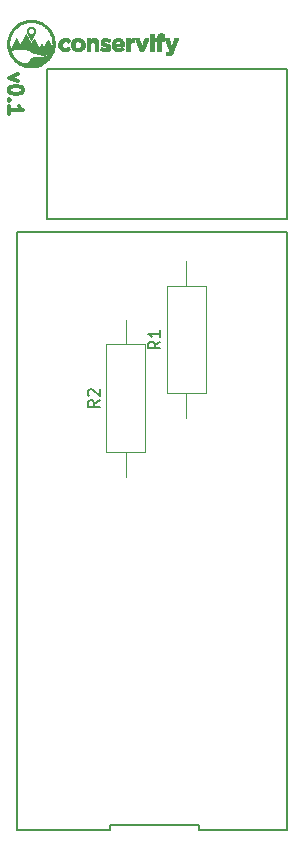
<source format=gbr>
G04 #@! TF.FileFunction,Legend,Top*
%FSLAX46Y46*%
G04 Gerber Fmt 4.6, Leading zero omitted, Abs format (unit mm)*
G04 Created by KiCad (PCBNEW 4.0.7-e2-6376~58~ubuntu16.04.1) date Fri Nov  3 14:53:56 2017*
%MOMM*%
%LPD*%
G01*
G04 APERTURE LIST*
%ADD10C,0.100000*%
%ADD11C,0.300000*%
%ADD12C,0.150000*%
%ADD13C,0.010000*%
%ADD14C,0.120000*%
G04 APERTURE END LIST*
D10*
D11*
X105514743Y-62700115D02*
X104714743Y-62985829D01*
X105514743Y-63271543D01*
X105914743Y-63957258D02*
X105914743Y-64071543D01*
X105857600Y-64185829D01*
X105800457Y-64242972D01*
X105686171Y-64300115D01*
X105457600Y-64357258D01*
X105171886Y-64357258D01*
X104943314Y-64300115D01*
X104829029Y-64242972D01*
X104771886Y-64185829D01*
X104714743Y-64071543D01*
X104714743Y-63957258D01*
X104771886Y-63842972D01*
X104829029Y-63785829D01*
X104943314Y-63728686D01*
X105171886Y-63671543D01*
X105457600Y-63671543D01*
X105686171Y-63728686D01*
X105800457Y-63785829D01*
X105857600Y-63842972D01*
X105914743Y-63957258D01*
X104829029Y-64871543D02*
X104771886Y-64928686D01*
X104714743Y-64871543D01*
X104771886Y-64814400D01*
X104829029Y-64871543D01*
X104714743Y-64871543D01*
X104714743Y-66071544D02*
X104714743Y-65385829D01*
X104714743Y-65728687D02*
X105914743Y-65728687D01*
X105743314Y-65614401D01*
X105629029Y-65500115D01*
X105571886Y-65385829D01*
D12*
X128300000Y-126652200D02*
X128300000Y-76022200D01*
X105380000Y-76022200D02*
X105380000Y-126652200D01*
X128300000Y-76022200D02*
X105380000Y-76022200D01*
X105380000Y-126652200D02*
X113286667Y-126652200D01*
X113286667Y-126652200D02*
X113286667Y-126202200D01*
X113286667Y-126202200D02*
X120793333Y-126202200D01*
X120793333Y-126202200D02*
X120793333Y-126652200D01*
X120793333Y-126652200D02*
X128300000Y-126652200D01*
X107950000Y-74930000D02*
X107950000Y-62230000D01*
X128270000Y-74930000D02*
X107950000Y-74930000D01*
X128270000Y-62230000D02*
X128270000Y-74930000D01*
X107950000Y-62230000D02*
X128270000Y-62230000D01*
D13*
G36*
X106641447Y-58077226D02*
X106686150Y-58077703D01*
X106724639Y-58078678D01*
X106758889Y-58080297D01*
X106790872Y-58082706D01*
X106822560Y-58086054D01*
X106855927Y-58090485D01*
X106892944Y-58096148D01*
X106932617Y-58102688D01*
X107068900Y-58130730D01*
X107202428Y-58168340D01*
X107332730Y-58215190D01*
X107459333Y-58270949D01*
X107581767Y-58335285D01*
X107699559Y-58407869D01*
X107812240Y-58488370D01*
X107919336Y-58576458D01*
X108020378Y-58671802D01*
X108114893Y-58774072D01*
X108202410Y-58882937D01*
X108282458Y-58998067D01*
X108336479Y-59086877D01*
X108403363Y-59213492D01*
X108460502Y-59342919D01*
X108507905Y-59475199D01*
X108545584Y-59610375D01*
X108573549Y-59748488D01*
X108591808Y-59889580D01*
X108600373Y-60033694D01*
X108599535Y-60173591D01*
X108589326Y-60313494D01*
X108569204Y-60451935D01*
X108539372Y-60588402D01*
X108500032Y-60722382D01*
X108451387Y-60853366D01*
X108393639Y-60980841D01*
X108326991Y-61104296D01*
X108251644Y-61223220D01*
X108167802Y-61337102D01*
X108112203Y-61404304D01*
X108082348Y-61437448D01*
X108046707Y-61474752D01*
X108007313Y-61514254D01*
X107966199Y-61553992D01*
X107925397Y-61592003D01*
X107886942Y-61626325D01*
X107852865Y-61654996D01*
X107850593Y-61656823D01*
X107736018Y-61742309D01*
X107616463Y-61819226D01*
X107492477Y-61887271D01*
X107364612Y-61946140D01*
X107243880Y-61991983D01*
X107106211Y-62033812D01*
X106966868Y-62065722D01*
X106826238Y-62087661D01*
X106684711Y-62099576D01*
X106542676Y-62101417D01*
X106453940Y-62097436D01*
X106312310Y-62082889D01*
X106172796Y-62058529D01*
X106035865Y-62024566D01*
X105901982Y-61981214D01*
X105771612Y-61928682D01*
X105645221Y-61867184D01*
X105523275Y-61796930D01*
X105406238Y-61718132D01*
X105294577Y-61631001D01*
X105188757Y-61535750D01*
X105163688Y-61511111D01*
X105066813Y-61407174D01*
X104978171Y-61297572D01*
X104897905Y-61182783D01*
X104826156Y-61063287D01*
X104763067Y-60939562D01*
X104708780Y-60812089D01*
X104674887Y-60714362D01*
X104873072Y-60714362D01*
X104874075Y-60721394D01*
X104878737Y-60736172D01*
X104886470Y-60757212D01*
X104896689Y-60783032D01*
X104908805Y-60812147D01*
X104922231Y-60843074D01*
X104936345Y-60874252D01*
X104950421Y-60902862D01*
X104968759Y-60937471D01*
X104989960Y-60975644D01*
X105012624Y-61014945D01*
X105035353Y-61052937D01*
X105056746Y-61087183D01*
X105071614Y-61109740D01*
X105141387Y-61205000D01*
X105218681Y-61297322D01*
X105302001Y-61385205D01*
X105389852Y-61467148D01*
X105480740Y-61541652D01*
X105555550Y-61595511D01*
X105604119Y-61623614D01*
X105661745Y-61648642D01*
X105727739Y-61670398D01*
X105801414Y-61688681D01*
X105882083Y-61703294D01*
X105963720Y-61713510D01*
X105990316Y-61715229D01*
X106023763Y-61715980D01*
X106060801Y-61715802D01*
X106098170Y-61714732D01*
X106132611Y-61712807D01*
X106149527Y-61711358D01*
X106216434Y-61701774D01*
X106278390Y-61687122D01*
X106334243Y-61667796D01*
X106382844Y-61644196D01*
X106422802Y-61616917D01*
X106449028Y-61592400D01*
X106468622Y-61566401D01*
X106482936Y-61536450D01*
X106493321Y-61500080D01*
X106496969Y-61481553D01*
X106508009Y-61432892D01*
X106522783Y-61392609D01*
X106542059Y-61359366D01*
X106566601Y-61331824D01*
X106595223Y-61309894D01*
X106622108Y-61294460D01*
X106652023Y-61281224D01*
X106685791Y-61270064D01*
X106724240Y-61260853D01*
X106768193Y-61253468D01*
X106818477Y-61247784D01*
X106875917Y-61243676D01*
X106941339Y-61241020D01*
X107015567Y-61239690D01*
X107061525Y-61239478D01*
X107180792Y-61238089D01*
X107290388Y-61234072D01*
X107390282Y-61227431D01*
X107480442Y-61218168D01*
X107560840Y-61206285D01*
X107614720Y-61195653D01*
X107715117Y-61168930D01*
X107810807Y-61134609D01*
X107901106Y-61093068D01*
X107985326Y-61044685D01*
X108062785Y-60989839D01*
X108132796Y-60928908D01*
X108172478Y-60887890D01*
X108191075Y-60867305D01*
X108137847Y-60894018D01*
X108110708Y-60907131D01*
X108081019Y-60920668D01*
X108053211Y-60932640D01*
X108039244Y-60938256D01*
X108002671Y-60950996D01*
X107958964Y-60963994D01*
X107911100Y-60976516D01*
X107862055Y-60987827D01*
X107814808Y-60997191D01*
X107774740Y-61003557D01*
X107739008Y-61007265D01*
X107695744Y-61010033D01*
X107647533Y-61011838D01*
X107596960Y-61012659D01*
X107546612Y-61012475D01*
X107499074Y-61011262D01*
X107456931Y-61009000D01*
X107429300Y-61006474D01*
X107294845Y-60986383D01*
X107158274Y-60957070D01*
X107020898Y-60918877D01*
X106884026Y-60872146D01*
X106821376Y-60847788D01*
X106800278Y-60839210D01*
X106780434Y-60831001D01*
X106760671Y-60822634D01*
X106739812Y-60813585D01*
X106716684Y-60803328D01*
X106690112Y-60791338D01*
X106658921Y-60777089D01*
X106621938Y-60760057D01*
X106577986Y-60739715D01*
X106531410Y-60718101D01*
X106396775Y-60659875D01*
X106263123Y-60610624D01*
X106130755Y-60570368D01*
X105999972Y-60539126D01*
X105871077Y-60516918D01*
X105744369Y-60503764D01*
X105620152Y-60499685D01*
X105498726Y-60504700D01*
X105380393Y-60518830D01*
X105265455Y-60542093D01*
X105154214Y-60574510D01*
X105046970Y-60616101D01*
X105039379Y-60619465D01*
X105014661Y-60631063D01*
X104987865Y-60644565D01*
X104960592Y-60659055D01*
X104934441Y-60673621D01*
X104911012Y-60687349D01*
X104891906Y-60699327D01*
X104878724Y-60708642D01*
X104873072Y-60714362D01*
X104674887Y-60714362D01*
X104663436Y-60681345D01*
X104627178Y-60547810D01*
X104600149Y-60411964D01*
X104582489Y-60274284D01*
X104574341Y-60135251D01*
X104575443Y-60032872D01*
X104760081Y-60032872D01*
X104760108Y-60092945D01*
X104761552Y-60154551D01*
X104764337Y-60215107D01*
X104768389Y-60272034D01*
X104773632Y-60322750D01*
X104776729Y-60345320D01*
X104782309Y-60379659D01*
X104788842Y-60415922D01*
X104796032Y-60452831D01*
X104803583Y-60489106D01*
X104811199Y-60523470D01*
X104818585Y-60554643D01*
X104825444Y-60581347D01*
X104831481Y-60602303D01*
X104836399Y-60616233D01*
X104839903Y-60621858D01*
X104840687Y-60621686D01*
X104843281Y-60616916D01*
X104850181Y-60603680D01*
X104861087Y-60582567D01*
X104875695Y-60554166D01*
X104893706Y-60519066D01*
X104914817Y-60477855D01*
X104938726Y-60431123D01*
X104965133Y-60379459D01*
X104993736Y-60323452D01*
X105024233Y-60263690D01*
X105056323Y-60200763D01*
X105089704Y-60135260D01*
X105090814Y-60133081D01*
X105124244Y-60067521D01*
X105156418Y-60004541D01*
X105187036Y-59944727D01*
X105215792Y-59888667D01*
X105242384Y-59836948D01*
X105266509Y-59790157D01*
X105287863Y-59748882D01*
X105306143Y-59713710D01*
X105321046Y-59685227D01*
X105332268Y-59664022D01*
X105339506Y-59650681D01*
X105342458Y-59645791D01*
X105342479Y-59645781D01*
X105345499Y-59649938D01*
X105352864Y-59662329D01*
X105364165Y-59682210D01*
X105378994Y-59708837D01*
X105396941Y-59741464D01*
X105417599Y-59779348D01*
X105440556Y-59821743D01*
X105465406Y-59867906D01*
X105491739Y-59917090D01*
X105500761Y-59934000D01*
X105527496Y-59984057D01*
X105552869Y-60031371D01*
X105576472Y-60075193D01*
X105597896Y-60114776D01*
X105616735Y-60149372D01*
X105632581Y-60178232D01*
X105645024Y-60200608D01*
X105653658Y-60215751D01*
X105658074Y-60222915D01*
X105658536Y-60223400D01*
X105661305Y-60218984D01*
X105668422Y-60206135D01*
X105679578Y-60185443D01*
X105694459Y-60157504D01*
X105712755Y-60122909D01*
X105734154Y-60082251D01*
X105758343Y-60036125D01*
X105785012Y-59985122D01*
X105813849Y-59929836D01*
X105844542Y-59870861D01*
X105876779Y-59808789D01*
X105904782Y-59754770D01*
X105938094Y-59690484D01*
X105970118Y-59628740D01*
X106000542Y-59570134D01*
X106029054Y-59515266D01*
X106055342Y-59464735D01*
X106079094Y-59419138D01*
X106099999Y-59379075D01*
X106117743Y-59345144D01*
X106132015Y-59317944D01*
X106142503Y-59298074D01*
X106148895Y-59286132D01*
X106150866Y-59282669D01*
X106153690Y-59286539D01*
X106160942Y-59298762D01*
X106172287Y-59318720D01*
X106187385Y-59345794D01*
X106205897Y-59379366D01*
X106227487Y-59418818D01*
X106251815Y-59463530D01*
X106278543Y-59512885D01*
X106307333Y-59566264D01*
X106337847Y-59623049D01*
X106369747Y-59682621D01*
X106375200Y-59692825D01*
X106407309Y-59752875D01*
X106438071Y-59810307D01*
X106467148Y-59864495D01*
X106494203Y-59914815D01*
X106518898Y-59960642D01*
X106540896Y-60001351D01*
X106559858Y-60036318D01*
X106575446Y-60064918D01*
X106587325Y-60086525D01*
X106595154Y-60100516D01*
X106598598Y-60106266D01*
X106598720Y-60106379D01*
X106601487Y-60101993D01*
X106608439Y-60089446D01*
X106619111Y-60069615D01*
X106633041Y-60043376D01*
X106649766Y-60011603D01*
X106668825Y-59975172D01*
X106689754Y-59934960D01*
X106712090Y-59891841D01*
X106712766Y-59890533D01*
X106735159Y-59847337D01*
X106756190Y-59807025D01*
X106775395Y-59770473D01*
X106792306Y-59738556D01*
X106806457Y-59712152D01*
X106817382Y-59692134D01*
X106824613Y-59679379D01*
X106827685Y-59674763D01*
X106827707Y-59674760D01*
X106830555Y-59679137D01*
X106837834Y-59691844D01*
X106849196Y-59712243D01*
X106864296Y-59739697D01*
X106882787Y-59773568D01*
X106904323Y-59813219D01*
X106928558Y-59858012D01*
X106955145Y-59907310D01*
X106983737Y-59960475D01*
X107013990Y-60016869D01*
X107043639Y-60072270D01*
X107075377Y-60131627D01*
X107105924Y-60188733D01*
X107134915Y-60242907D01*
X107161988Y-60293471D01*
X107186778Y-60339746D01*
X107208922Y-60381054D01*
X107228055Y-60416715D01*
X107243814Y-60446052D01*
X107255835Y-60468385D01*
X107263755Y-60483036D01*
X107267050Y-60489050D01*
X107277962Y-60508320D01*
X107382498Y-60306170D01*
X107404177Y-60264426D01*
X107424507Y-60225623D01*
X107443003Y-60190663D01*
X107459180Y-60160445D01*
X107472554Y-60135870D01*
X107482638Y-60117840D01*
X107488949Y-60107255D01*
X107490934Y-60104746D01*
X107494138Y-60109239D01*
X107501542Y-60121706D01*
X107512587Y-60141145D01*
X107526714Y-60166551D01*
X107543367Y-60196923D01*
X107561987Y-60231255D01*
X107581976Y-60268470D01*
X107601936Y-60305578D01*
X107620448Y-60339559D01*
X107636964Y-60369441D01*
X107650936Y-60394249D01*
X107661814Y-60413008D01*
X107669050Y-60424746D01*
X107672096Y-60428489D01*
X107672106Y-60428480D01*
X107674865Y-60423592D01*
X107681914Y-60410382D01*
X107692883Y-60389559D01*
X107707405Y-60361830D01*
X107725110Y-60327902D01*
X107745630Y-60288484D01*
X107768595Y-60244282D01*
X107793637Y-60196005D01*
X107820387Y-60144360D01*
X107848477Y-60090055D01*
X107849376Y-60088315D01*
X107877472Y-60034024D01*
X107904232Y-59982443D01*
X107929289Y-59934271D01*
X107952276Y-59890206D01*
X107972825Y-59850950D01*
X107990571Y-59817200D01*
X108005147Y-59789656D01*
X108016184Y-59769018D01*
X108023317Y-59755986D01*
X108026179Y-59751257D01*
X108026200Y-59751251D01*
X108029092Y-59755557D01*
X108036638Y-59767971D01*
X108048430Y-59787792D01*
X108064057Y-59814319D01*
X108083110Y-59846851D01*
X108105179Y-59884689D01*
X108129854Y-59927131D01*
X108156727Y-59973477D01*
X108185387Y-60023027D01*
X108208807Y-60063601D01*
X108238570Y-60115070D01*
X108266896Y-60163788D01*
X108293376Y-60209064D01*
X108317599Y-60250209D01*
X108339153Y-60286532D01*
X108357627Y-60317344D01*
X108372611Y-60341955D01*
X108383694Y-60359675D01*
X108390465Y-60369813D01*
X108392496Y-60372008D01*
X108395875Y-60363616D01*
X108399256Y-60346399D01*
X108402536Y-60321694D01*
X108405613Y-60290835D01*
X108408386Y-60255158D01*
X108410751Y-60215998D01*
X108412606Y-60174691D01*
X108413849Y-60132571D01*
X108414378Y-60090974D01*
X108414389Y-60086240D01*
X108413064Y-59998868D01*
X108408682Y-59918384D01*
X108400920Y-59841891D01*
X108389456Y-59766492D01*
X108373966Y-59689290D01*
X108366504Y-59656980D01*
X108330794Y-59527805D01*
X108286409Y-59403457D01*
X108233007Y-59283158D01*
X108170249Y-59166132D01*
X108106958Y-59065160D01*
X108070555Y-59012374D01*
X108035206Y-58964616D01*
X107998973Y-58919546D01*
X107959914Y-58874829D01*
X107916091Y-58828125D01*
X107879165Y-58790621D01*
X107811941Y-58725892D01*
X107746773Y-58668438D01*
X107681290Y-58616391D01*
X107613121Y-58567881D01*
X107539897Y-58521040D01*
X107528470Y-58514126D01*
X107410539Y-58449057D01*
X107289228Y-58393352D01*
X107165067Y-58346996D01*
X107038584Y-58309976D01*
X106910308Y-58282277D01*
X106780766Y-58263884D01*
X106650487Y-58254784D01*
X106520001Y-58254962D01*
X106389835Y-58264403D01*
X106260517Y-58283093D01*
X106132577Y-58311018D01*
X106006543Y-58348163D01*
X105882943Y-58394514D01*
X105762305Y-58450057D01*
X105645159Y-58514777D01*
X105562400Y-58567640D01*
X105453013Y-58647769D01*
X105350562Y-58735091D01*
X105255318Y-58829148D01*
X105167550Y-58929480D01*
X105087526Y-59035628D01*
X105015517Y-59147133D01*
X104951792Y-59263536D01*
X104896619Y-59384377D01*
X104850270Y-59509197D01*
X104813012Y-59637536D01*
X104785116Y-59768937D01*
X104766850Y-59902939D01*
X104764576Y-59927644D01*
X104761545Y-59976911D01*
X104760081Y-60032872D01*
X104575443Y-60032872D01*
X104575848Y-59995344D01*
X104587151Y-59855041D01*
X104608393Y-59714822D01*
X104617463Y-59669334D01*
X104651460Y-59532472D01*
X104694592Y-59399518D01*
X104746495Y-59270825D01*
X104806805Y-59146741D01*
X104875159Y-59027617D01*
X104951193Y-58913805D01*
X105034542Y-58805654D01*
X105124844Y-58703515D01*
X105221733Y-58607739D01*
X105324848Y-58518676D01*
X105433823Y-58436677D01*
X105548295Y-58362092D01*
X105667899Y-58295272D01*
X105792274Y-58236568D01*
X105921053Y-58186330D01*
X106053874Y-58144908D01*
X106190374Y-58112654D01*
X106243120Y-58102876D01*
X106284905Y-58095888D01*
X106321511Y-58090271D01*
X106354888Y-58085879D01*
X106386985Y-58082567D01*
X106419753Y-58080188D01*
X106455141Y-58078598D01*
X106495100Y-58077650D01*
X106541578Y-58077200D01*
X106588560Y-58077100D01*
X106641447Y-58077226D01*
X106641447Y-58077226D01*
G37*
X106641447Y-58077226D02*
X106686150Y-58077703D01*
X106724639Y-58078678D01*
X106758889Y-58080297D01*
X106790872Y-58082706D01*
X106822560Y-58086054D01*
X106855927Y-58090485D01*
X106892944Y-58096148D01*
X106932617Y-58102688D01*
X107068900Y-58130730D01*
X107202428Y-58168340D01*
X107332730Y-58215190D01*
X107459333Y-58270949D01*
X107581767Y-58335285D01*
X107699559Y-58407869D01*
X107812240Y-58488370D01*
X107919336Y-58576458D01*
X108020378Y-58671802D01*
X108114893Y-58774072D01*
X108202410Y-58882937D01*
X108282458Y-58998067D01*
X108336479Y-59086877D01*
X108403363Y-59213492D01*
X108460502Y-59342919D01*
X108507905Y-59475199D01*
X108545584Y-59610375D01*
X108573549Y-59748488D01*
X108591808Y-59889580D01*
X108600373Y-60033694D01*
X108599535Y-60173591D01*
X108589326Y-60313494D01*
X108569204Y-60451935D01*
X108539372Y-60588402D01*
X108500032Y-60722382D01*
X108451387Y-60853366D01*
X108393639Y-60980841D01*
X108326991Y-61104296D01*
X108251644Y-61223220D01*
X108167802Y-61337102D01*
X108112203Y-61404304D01*
X108082348Y-61437448D01*
X108046707Y-61474752D01*
X108007313Y-61514254D01*
X107966199Y-61553992D01*
X107925397Y-61592003D01*
X107886942Y-61626325D01*
X107852865Y-61654996D01*
X107850593Y-61656823D01*
X107736018Y-61742309D01*
X107616463Y-61819226D01*
X107492477Y-61887271D01*
X107364612Y-61946140D01*
X107243880Y-61991983D01*
X107106211Y-62033812D01*
X106966868Y-62065722D01*
X106826238Y-62087661D01*
X106684711Y-62099576D01*
X106542676Y-62101417D01*
X106453940Y-62097436D01*
X106312310Y-62082889D01*
X106172796Y-62058529D01*
X106035865Y-62024566D01*
X105901982Y-61981214D01*
X105771612Y-61928682D01*
X105645221Y-61867184D01*
X105523275Y-61796930D01*
X105406238Y-61718132D01*
X105294577Y-61631001D01*
X105188757Y-61535750D01*
X105163688Y-61511111D01*
X105066813Y-61407174D01*
X104978171Y-61297572D01*
X104897905Y-61182783D01*
X104826156Y-61063287D01*
X104763067Y-60939562D01*
X104708780Y-60812089D01*
X104674887Y-60714362D01*
X104873072Y-60714362D01*
X104874075Y-60721394D01*
X104878737Y-60736172D01*
X104886470Y-60757212D01*
X104896689Y-60783032D01*
X104908805Y-60812147D01*
X104922231Y-60843074D01*
X104936345Y-60874252D01*
X104950421Y-60902862D01*
X104968759Y-60937471D01*
X104989960Y-60975644D01*
X105012624Y-61014945D01*
X105035353Y-61052937D01*
X105056746Y-61087183D01*
X105071614Y-61109740D01*
X105141387Y-61205000D01*
X105218681Y-61297322D01*
X105302001Y-61385205D01*
X105389852Y-61467148D01*
X105480740Y-61541652D01*
X105555550Y-61595511D01*
X105604119Y-61623614D01*
X105661745Y-61648642D01*
X105727739Y-61670398D01*
X105801414Y-61688681D01*
X105882083Y-61703294D01*
X105963720Y-61713510D01*
X105990316Y-61715229D01*
X106023763Y-61715980D01*
X106060801Y-61715802D01*
X106098170Y-61714732D01*
X106132611Y-61712807D01*
X106149527Y-61711358D01*
X106216434Y-61701774D01*
X106278390Y-61687122D01*
X106334243Y-61667796D01*
X106382844Y-61644196D01*
X106422802Y-61616917D01*
X106449028Y-61592400D01*
X106468622Y-61566401D01*
X106482936Y-61536450D01*
X106493321Y-61500080D01*
X106496969Y-61481553D01*
X106508009Y-61432892D01*
X106522783Y-61392609D01*
X106542059Y-61359366D01*
X106566601Y-61331824D01*
X106595223Y-61309894D01*
X106622108Y-61294460D01*
X106652023Y-61281224D01*
X106685791Y-61270064D01*
X106724240Y-61260853D01*
X106768193Y-61253468D01*
X106818477Y-61247784D01*
X106875917Y-61243676D01*
X106941339Y-61241020D01*
X107015567Y-61239690D01*
X107061525Y-61239478D01*
X107180792Y-61238089D01*
X107290388Y-61234072D01*
X107390282Y-61227431D01*
X107480442Y-61218168D01*
X107560840Y-61206285D01*
X107614720Y-61195653D01*
X107715117Y-61168930D01*
X107810807Y-61134609D01*
X107901106Y-61093068D01*
X107985326Y-61044685D01*
X108062785Y-60989839D01*
X108132796Y-60928908D01*
X108172478Y-60887890D01*
X108191075Y-60867305D01*
X108137847Y-60894018D01*
X108110708Y-60907131D01*
X108081019Y-60920668D01*
X108053211Y-60932640D01*
X108039244Y-60938256D01*
X108002671Y-60950996D01*
X107958964Y-60963994D01*
X107911100Y-60976516D01*
X107862055Y-60987827D01*
X107814808Y-60997191D01*
X107774740Y-61003557D01*
X107739008Y-61007265D01*
X107695744Y-61010033D01*
X107647533Y-61011838D01*
X107596960Y-61012659D01*
X107546612Y-61012475D01*
X107499074Y-61011262D01*
X107456931Y-61009000D01*
X107429300Y-61006474D01*
X107294845Y-60986383D01*
X107158274Y-60957070D01*
X107020898Y-60918877D01*
X106884026Y-60872146D01*
X106821376Y-60847788D01*
X106800278Y-60839210D01*
X106780434Y-60831001D01*
X106760671Y-60822634D01*
X106739812Y-60813585D01*
X106716684Y-60803328D01*
X106690112Y-60791338D01*
X106658921Y-60777089D01*
X106621938Y-60760057D01*
X106577986Y-60739715D01*
X106531410Y-60718101D01*
X106396775Y-60659875D01*
X106263123Y-60610624D01*
X106130755Y-60570368D01*
X105999972Y-60539126D01*
X105871077Y-60516918D01*
X105744369Y-60503764D01*
X105620152Y-60499685D01*
X105498726Y-60504700D01*
X105380393Y-60518830D01*
X105265455Y-60542093D01*
X105154214Y-60574510D01*
X105046970Y-60616101D01*
X105039379Y-60619465D01*
X105014661Y-60631063D01*
X104987865Y-60644565D01*
X104960592Y-60659055D01*
X104934441Y-60673621D01*
X104911012Y-60687349D01*
X104891906Y-60699327D01*
X104878724Y-60708642D01*
X104873072Y-60714362D01*
X104674887Y-60714362D01*
X104663436Y-60681345D01*
X104627178Y-60547810D01*
X104600149Y-60411964D01*
X104582489Y-60274284D01*
X104574341Y-60135251D01*
X104575443Y-60032872D01*
X104760081Y-60032872D01*
X104760108Y-60092945D01*
X104761552Y-60154551D01*
X104764337Y-60215107D01*
X104768389Y-60272034D01*
X104773632Y-60322750D01*
X104776729Y-60345320D01*
X104782309Y-60379659D01*
X104788842Y-60415922D01*
X104796032Y-60452831D01*
X104803583Y-60489106D01*
X104811199Y-60523470D01*
X104818585Y-60554643D01*
X104825444Y-60581347D01*
X104831481Y-60602303D01*
X104836399Y-60616233D01*
X104839903Y-60621858D01*
X104840687Y-60621686D01*
X104843281Y-60616916D01*
X104850181Y-60603680D01*
X104861087Y-60582567D01*
X104875695Y-60554166D01*
X104893706Y-60519066D01*
X104914817Y-60477855D01*
X104938726Y-60431123D01*
X104965133Y-60379459D01*
X104993736Y-60323452D01*
X105024233Y-60263690D01*
X105056323Y-60200763D01*
X105089704Y-60135260D01*
X105090814Y-60133081D01*
X105124244Y-60067521D01*
X105156418Y-60004541D01*
X105187036Y-59944727D01*
X105215792Y-59888667D01*
X105242384Y-59836948D01*
X105266509Y-59790157D01*
X105287863Y-59748882D01*
X105306143Y-59713710D01*
X105321046Y-59685227D01*
X105332268Y-59664022D01*
X105339506Y-59650681D01*
X105342458Y-59645791D01*
X105342479Y-59645781D01*
X105345499Y-59649938D01*
X105352864Y-59662329D01*
X105364165Y-59682210D01*
X105378994Y-59708837D01*
X105396941Y-59741464D01*
X105417599Y-59779348D01*
X105440556Y-59821743D01*
X105465406Y-59867906D01*
X105491739Y-59917090D01*
X105500761Y-59934000D01*
X105527496Y-59984057D01*
X105552869Y-60031371D01*
X105576472Y-60075193D01*
X105597896Y-60114776D01*
X105616735Y-60149372D01*
X105632581Y-60178232D01*
X105645024Y-60200608D01*
X105653658Y-60215751D01*
X105658074Y-60222915D01*
X105658536Y-60223400D01*
X105661305Y-60218984D01*
X105668422Y-60206135D01*
X105679578Y-60185443D01*
X105694459Y-60157504D01*
X105712755Y-60122909D01*
X105734154Y-60082251D01*
X105758343Y-60036125D01*
X105785012Y-59985122D01*
X105813849Y-59929836D01*
X105844542Y-59870861D01*
X105876779Y-59808789D01*
X105904782Y-59754770D01*
X105938094Y-59690484D01*
X105970118Y-59628740D01*
X106000542Y-59570134D01*
X106029054Y-59515266D01*
X106055342Y-59464735D01*
X106079094Y-59419138D01*
X106099999Y-59379075D01*
X106117743Y-59345144D01*
X106132015Y-59317944D01*
X106142503Y-59298074D01*
X106148895Y-59286132D01*
X106150866Y-59282669D01*
X106153690Y-59286539D01*
X106160942Y-59298762D01*
X106172287Y-59318720D01*
X106187385Y-59345794D01*
X106205897Y-59379366D01*
X106227487Y-59418818D01*
X106251815Y-59463530D01*
X106278543Y-59512885D01*
X106307333Y-59566264D01*
X106337847Y-59623049D01*
X106369747Y-59682621D01*
X106375200Y-59692825D01*
X106407309Y-59752875D01*
X106438071Y-59810307D01*
X106467148Y-59864495D01*
X106494203Y-59914815D01*
X106518898Y-59960642D01*
X106540896Y-60001351D01*
X106559858Y-60036318D01*
X106575446Y-60064918D01*
X106587325Y-60086525D01*
X106595154Y-60100516D01*
X106598598Y-60106266D01*
X106598720Y-60106379D01*
X106601487Y-60101993D01*
X106608439Y-60089446D01*
X106619111Y-60069615D01*
X106633041Y-60043376D01*
X106649766Y-60011603D01*
X106668825Y-59975172D01*
X106689754Y-59934960D01*
X106712090Y-59891841D01*
X106712766Y-59890533D01*
X106735159Y-59847337D01*
X106756190Y-59807025D01*
X106775395Y-59770473D01*
X106792306Y-59738556D01*
X106806457Y-59712152D01*
X106817382Y-59692134D01*
X106824613Y-59679379D01*
X106827685Y-59674763D01*
X106827707Y-59674760D01*
X106830555Y-59679137D01*
X106837834Y-59691844D01*
X106849196Y-59712243D01*
X106864296Y-59739697D01*
X106882787Y-59773568D01*
X106904323Y-59813219D01*
X106928558Y-59858012D01*
X106955145Y-59907310D01*
X106983737Y-59960475D01*
X107013990Y-60016869D01*
X107043639Y-60072270D01*
X107075377Y-60131627D01*
X107105924Y-60188733D01*
X107134915Y-60242907D01*
X107161988Y-60293471D01*
X107186778Y-60339746D01*
X107208922Y-60381054D01*
X107228055Y-60416715D01*
X107243814Y-60446052D01*
X107255835Y-60468385D01*
X107263755Y-60483036D01*
X107267050Y-60489050D01*
X107277962Y-60508320D01*
X107382498Y-60306170D01*
X107404177Y-60264426D01*
X107424507Y-60225623D01*
X107443003Y-60190663D01*
X107459180Y-60160445D01*
X107472554Y-60135870D01*
X107482638Y-60117840D01*
X107488949Y-60107255D01*
X107490934Y-60104746D01*
X107494138Y-60109239D01*
X107501542Y-60121706D01*
X107512587Y-60141145D01*
X107526714Y-60166551D01*
X107543367Y-60196923D01*
X107561987Y-60231255D01*
X107581976Y-60268470D01*
X107601936Y-60305578D01*
X107620448Y-60339559D01*
X107636964Y-60369441D01*
X107650936Y-60394249D01*
X107661814Y-60413008D01*
X107669050Y-60424746D01*
X107672096Y-60428489D01*
X107672106Y-60428480D01*
X107674865Y-60423592D01*
X107681914Y-60410382D01*
X107692883Y-60389559D01*
X107707405Y-60361830D01*
X107725110Y-60327902D01*
X107745630Y-60288484D01*
X107768595Y-60244282D01*
X107793637Y-60196005D01*
X107820387Y-60144360D01*
X107848477Y-60090055D01*
X107849376Y-60088315D01*
X107877472Y-60034024D01*
X107904232Y-59982443D01*
X107929289Y-59934271D01*
X107952276Y-59890206D01*
X107972825Y-59850950D01*
X107990571Y-59817200D01*
X108005147Y-59789656D01*
X108016184Y-59769018D01*
X108023317Y-59755986D01*
X108026179Y-59751257D01*
X108026200Y-59751251D01*
X108029092Y-59755557D01*
X108036638Y-59767971D01*
X108048430Y-59787792D01*
X108064057Y-59814319D01*
X108083110Y-59846851D01*
X108105179Y-59884689D01*
X108129854Y-59927131D01*
X108156727Y-59973477D01*
X108185387Y-60023027D01*
X108208807Y-60063601D01*
X108238570Y-60115070D01*
X108266896Y-60163788D01*
X108293376Y-60209064D01*
X108317599Y-60250209D01*
X108339153Y-60286532D01*
X108357627Y-60317344D01*
X108372611Y-60341955D01*
X108383694Y-60359675D01*
X108390465Y-60369813D01*
X108392496Y-60372008D01*
X108395875Y-60363616D01*
X108399256Y-60346399D01*
X108402536Y-60321694D01*
X108405613Y-60290835D01*
X108408386Y-60255158D01*
X108410751Y-60215998D01*
X108412606Y-60174691D01*
X108413849Y-60132571D01*
X108414378Y-60090974D01*
X108414389Y-60086240D01*
X108413064Y-59998868D01*
X108408682Y-59918384D01*
X108400920Y-59841891D01*
X108389456Y-59766492D01*
X108373966Y-59689290D01*
X108366504Y-59656980D01*
X108330794Y-59527805D01*
X108286409Y-59403457D01*
X108233007Y-59283158D01*
X108170249Y-59166132D01*
X108106958Y-59065160D01*
X108070555Y-59012374D01*
X108035206Y-58964616D01*
X107998973Y-58919546D01*
X107959914Y-58874829D01*
X107916091Y-58828125D01*
X107879165Y-58790621D01*
X107811941Y-58725892D01*
X107746773Y-58668438D01*
X107681290Y-58616391D01*
X107613121Y-58567881D01*
X107539897Y-58521040D01*
X107528470Y-58514126D01*
X107410539Y-58449057D01*
X107289228Y-58393352D01*
X107165067Y-58346996D01*
X107038584Y-58309976D01*
X106910308Y-58282277D01*
X106780766Y-58263884D01*
X106650487Y-58254784D01*
X106520001Y-58254962D01*
X106389835Y-58264403D01*
X106260517Y-58283093D01*
X106132577Y-58311018D01*
X106006543Y-58348163D01*
X105882943Y-58394514D01*
X105762305Y-58450057D01*
X105645159Y-58514777D01*
X105562400Y-58567640D01*
X105453013Y-58647769D01*
X105350562Y-58735091D01*
X105255318Y-58829148D01*
X105167550Y-58929480D01*
X105087526Y-59035628D01*
X105015517Y-59147133D01*
X104951792Y-59263536D01*
X104896619Y-59384377D01*
X104850270Y-59509197D01*
X104813012Y-59637536D01*
X104785116Y-59768937D01*
X104766850Y-59902939D01*
X104764576Y-59927644D01*
X104761545Y-59976911D01*
X104760081Y-60032872D01*
X104575443Y-60032872D01*
X104575848Y-59995344D01*
X104587151Y-59855041D01*
X104608393Y-59714822D01*
X104617463Y-59669334D01*
X104651460Y-59532472D01*
X104694592Y-59399518D01*
X104746495Y-59270825D01*
X104806805Y-59146741D01*
X104875159Y-59027617D01*
X104951193Y-58913805D01*
X105034542Y-58805654D01*
X105124844Y-58703515D01*
X105221733Y-58607739D01*
X105324848Y-58518676D01*
X105433823Y-58436677D01*
X105548295Y-58362092D01*
X105667899Y-58295272D01*
X105792274Y-58236568D01*
X105921053Y-58186330D01*
X106053874Y-58144908D01*
X106190374Y-58112654D01*
X106243120Y-58102876D01*
X106284905Y-58095888D01*
X106321511Y-58090271D01*
X106354888Y-58085879D01*
X106386985Y-58082567D01*
X106419753Y-58080188D01*
X106455141Y-58078598D01*
X106495100Y-58077650D01*
X106541578Y-58077200D01*
X106588560Y-58077100D01*
X106641447Y-58077226D01*
G36*
X118920394Y-59634179D02*
X118956598Y-59634348D01*
X118988151Y-59634612D01*
X119013854Y-59634956D01*
X119032511Y-59635366D01*
X119042926Y-59635827D01*
X119044720Y-59636123D01*
X119042946Y-59641906D01*
X119037802Y-59656484D01*
X119029549Y-59679165D01*
X119018450Y-59709254D01*
X119004770Y-59746060D01*
X118988771Y-59788890D01*
X118970715Y-59837051D01*
X118950866Y-59889849D01*
X118929487Y-59946593D01*
X118906841Y-60006589D01*
X118883191Y-60069144D01*
X118858800Y-60133566D01*
X118833931Y-60199162D01*
X118808847Y-60265239D01*
X118783811Y-60331104D01*
X118759086Y-60396065D01*
X118734936Y-60459428D01*
X118711622Y-60520500D01*
X118689409Y-60578590D01*
X118668559Y-60633004D01*
X118649336Y-60683049D01*
X118632001Y-60728032D01*
X118616819Y-60767261D01*
X118604052Y-60800043D01*
X118593964Y-60825684D01*
X118586817Y-60843493D01*
X118582875Y-60852776D01*
X118582612Y-60853320D01*
X118550647Y-60909514D01*
X118515847Y-60956138D01*
X118477916Y-60993460D01*
X118436556Y-61021748D01*
X118391469Y-61041269D01*
X118366540Y-61048026D01*
X118329877Y-61054065D01*
X118287797Y-61057708D01*
X118244804Y-61058742D01*
X118205405Y-61056956D01*
X118196466Y-61056022D01*
X118143469Y-61046688D01*
X118090475Y-61030911D01*
X118074440Y-61024964D01*
X118053001Y-61016183D01*
X118031727Y-61006602D01*
X118012659Y-60997247D01*
X117997837Y-60989145D01*
X117989302Y-60983322D01*
X117988026Y-60981516D01*
X117990087Y-60975194D01*
X117995842Y-60961527D01*
X118004561Y-60942045D01*
X118015513Y-60918272D01*
X118027966Y-60891737D01*
X118041189Y-60863966D01*
X118054450Y-60836487D01*
X118067020Y-60810825D01*
X118078165Y-60788508D01*
X118087156Y-60771063D01*
X118093261Y-60760017D01*
X118095641Y-60756800D01*
X118102381Y-60758943D01*
X118114915Y-60764459D01*
X118125323Y-60769542D01*
X118166576Y-60786469D01*
X118206756Y-60795256D01*
X118244311Y-60795657D01*
X118264940Y-60791769D01*
X118281488Y-60784029D01*
X118298853Y-60771026D01*
X118314051Y-60755527D01*
X118324103Y-60740305D01*
X118325981Y-60735057D01*
X118324595Y-60728220D01*
X118319403Y-60711963D01*
X118310406Y-60686288D01*
X118297604Y-60651196D01*
X118280998Y-60606687D01*
X118260587Y-60552764D01*
X118236373Y-60489427D01*
X118208356Y-60416676D01*
X118176535Y-60334514D01*
X118140912Y-60242940D01*
X118117760Y-60183597D01*
X118090147Y-60112851D01*
X118063589Y-60044728D01*
X118038318Y-59979829D01*
X118014566Y-59918753D01*
X117992565Y-59862099D01*
X117972548Y-59810466D01*
X117954747Y-59764456D01*
X117939393Y-59724667D01*
X117926719Y-59691698D01*
X117916957Y-59666151D01*
X117910340Y-59648623D01*
X117907099Y-59639715D01*
X117906800Y-59638697D01*
X117911744Y-59637455D01*
X117926041Y-59636457D01*
X117948886Y-59635719D01*
X117979474Y-59635258D01*
X118016999Y-59635090D01*
X118060658Y-59635232D01*
X118072748Y-59635320D01*
X118238696Y-59636660D01*
X118360430Y-60001868D01*
X118482165Y-60367076D01*
X118565207Y-60108548D01*
X118582389Y-60055030D01*
X118599758Y-60000883D01*
X118616848Y-59947558D01*
X118633194Y-59896509D01*
X118648333Y-59849189D01*
X118661798Y-59807049D01*
X118673125Y-59771543D01*
X118681848Y-59744124D01*
X118682500Y-59742070D01*
X118716751Y-59634120D01*
X118880735Y-59634120D01*
X118920394Y-59634179D01*
X118920394Y-59634179D01*
G37*
X118920394Y-59634179D02*
X118956598Y-59634348D01*
X118988151Y-59634612D01*
X119013854Y-59634956D01*
X119032511Y-59635366D01*
X119042926Y-59635827D01*
X119044720Y-59636123D01*
X119042946Y-59641906D01*
X119037802Y-59656484D01*
X119029549Y-59679165D01*
X119018450Y-59709254D01*
X119004770Y-59746060D01*
X118988771Y-59788890D01*
X118970715Y-59837051D01*
X118950866Y-59889849D01*
X118929487Y-59946593D01*
X118906841Y-60006589D01*
X118883191Y-60069144D01*
X118858800Y-60133566D01*
X118833931Y-60199162D01*
X118808847Y-60265239D01*
X118783811Y-60331104D01*
X118759086Y-60396065D01*
X118734936Y-60459428D01*
X118711622Y-60520500D01*
X118689409Y-60578590D01*
X118668559Y-60633004D01*
X118649336Y-60683049D01*
X118632001Y-60728032D01*
X118616819Y-60767261D01*
X118604052Y-60800043D01*
X118593964Y-60825684D01*
X118586817Y-60843493D01*
X118582875Y-60852776D01*
X118582612Y-60853320D01*
X118550647Y-60909514D01*
X118515847Y-60956138D01*
X118477916Y-60993460D01*
X118436556Y-61021748D01*
X118391469Y-61041269D01*
X118366540Y-61048026D01*
X118329877Y-61054065D01*
X118287797Y-61057708D01*
X118244804Y-61058742D01*
X118205405Y-61056956D01*
X118196466Y-61056022D01*
X118143469Y-61046688D01*
X118090475Y-61030911D01*
X118074440Y-61024964D01*
X118053001Y-61016183D01*
X118031727Y-61006602D01*
X118012659Y-60997247D01*
X117997837Y-60989145D01*
X117989302Y-60983322D01*
X117988026Y-60981516D01*
X117990087Y-60975194D01*
X117995842Y-60961527D01*
X118004561Y-60942045D01*
X118015513Y-60918272D01*
X118027966Y-60891737D01*
X118041189Y-60863966D01*
X118054450Y-60836487D01*
X118067020Y-60810825D01*
X118078165Y-60788508D01*
X118087156Y-60771063D01*
X118093261Y-60760017D01*
X118095641Y-60756800D01*
X118102381Y-60758943D01*
X118114915Y-60764459D01*
X118125323Y-60769542D01*
X118166576Y-60786469D01*
X118206756Y-60795256D01*
X118244311Y-60795657D01*
X118264940Y-60791769D01*
X118281488Y-60784029D01*
X118298853Y-60771026D01*
X118314051Y-60755527D01*
X118324103Y-60740305D01*
X118325981Y-60735057D01*
X118324595Y-60728220D01*
X118319403Y-60711963D01*
X118310406Y-60686288D01*
X118297604Y-60651196D01*
X118280998Y-60606687D01*
X118260587Y-60552764D01*
X118236373Y-60489427D01*
X118208356Y-60416676D01*
X118176535Y-60334514D01*
X118140912Y-60242940D01*
X118117760Y-60183597D01*
X118090147Y-60112851D01*
X118063589Y-60044728D01*
X118038318Y-59979829D01*
X118014566Y-59918753D01*
X117992565Y-59862099D01*
X117972548Y-59810466D01*
X117954747Y-59764456D01*
X117939393Y-59724667D01*
X117926719Y-59691698D01*
X117916957Y-59666151D01*
X117910340Y-59648623D01*
X117907099Y-59639715D01*
X117906800Y-59638697D01*
X117911744Y-59637455D01*
X117926041Y-59636457D01*
X117948886Y-59635719D01*
X117979474Y-59635258D01*
X118016999Y-59635090D01*
X118060658Y-59635232D01*
X118072748Y-59635320D01*
X118238696Y-59636660D01*
X118360430Y-60001868D01*
X118482165Y-60367076D01*
X118565207Y-60108548D01*
X118582389Y-60055030D01*
X118599758Y-60000883D01*
X118616848Y-59947558D01*
X118633194Y-59896509D01*
X118648333Y-59849189D01*
X118661798Y-59807049D01*
X118673125Y-59771543D01*
X118681848Y-59744124D01*
X118682500Y-59742070D01*
X118716751Y-59634120D01*
X118880735Y-59634120D01*
X118920394Y-59634179D01*
G36*
X109558248Y-59616772D02*
X109627929Y-59626914D01*
X109691724Y-59644118D01*
X109750689Y-59668785D01*
X109805884Y-59701318D01*
X109858367Y-59742120D01*
X109884690Y-59766495D01*
X109916920Y-59797977D01*
X109886937Y-59829078D01*
X109873617Y-59843018D01*
X109855145Y-59862517D01*
X109833293Y-59885699D01*
X109809832Y-59910684D01*
X109789452Y-59932467D01*
X109721949Y-60004755D01*
X109687141Y-59973206D01*
X109648033Y-59940754D01*
X109610836Y-59916637D01*
X109573437Y-59899862D01*
X109533724Y-59889433D01*
X109499944Y-59885079D01*
X109448500Y-59885513D01*
X109400566Y-59895479D01*
X109356235Y-59914943D01*
X109315600Y-59943867D01*
X109294755Y-59963906D01*
X109261705Y-60005476D01*
X109237435Y-60051086D01*
X109221693Y-60101416D01*
X109214225Y-60157145D01*
X109213496Y-60182760D01*
X109217924Y-60240219D01*
X109231034Y-60293636D01*
X109252534Y-60342256D01*
X109282130Y-60385324D01*
X109299275Y-60403951D01*
X109335842Y-60434731D01*
X109375173Y-60456878D01*
X109418657Y-60470926D01*
X109467683Y-60477409D01*
X109491944Y-60478000D01*
X109540603Y-60473865D01*
X109587024Y-60461535D01*
X109632517Y-60440493D01*
X109678392Y-60410216D01*
X109694414Y-60397640D01*
X109709914Y-60385129D01*
X109723042Y-60374750D01*
X109731213Y-60368544D01*
X109731733Y-60368180D01*
X109735537Y-60368054D01*
X109742163Y-60371726D01*
X109752335Y-60379847D01*
X109766780Y-60393069D01*
X109786220Y-60412042D01*
X109811382Y-60437419D01*
X109830268Y-60456751D01*
X109921398Y-60550403D01*
X109892009Y-60580255D01*
X109850049Y-60618817D01*
X109803664Y-60654339D01*
X109755279Y-60685238D01*
X109707319Y-60709931D01*
X109672391Y-60723657D01*
X109629581Y-60735072D01*
X109580041Y-60743652D01*
X109526860Y-60749185D01*
X109473121Y-60751461D01*
X109421913Y-60750271D01*
X109376321Y-60745403D01*
X109369860Y-60744288D01*
X109297024Y-60726192D01*
X109227804Y-60699529D01*
X109163207Y-60664905D01*
X109104242Y-60622925D01*
X109051918Y-60574193D01*
X109017007Y-60532740D01*
X108976408Y-60470815D01*
X108944677Y-60405263D01*
X108921714Y-60336995D01*
X108907420Y-60266922D01*
X108901696Y-60195957D01*
X108904444Y-60125011D01*
X108915565Y-60054996D01*
X108934959Y-59986824D01*
X108962527Y-59921406D01*
X108998171Y-59859654D01*
X109041792Y-59802481D01*
X109093290Y-59750798D01*
X109102769Y-59742666D01*
X109161802Y-59699217D01*
X109224624Y-59664800D01*
X109291678Y-59639265D01*
X109363407Y-59622459D01*
X109440255Y-59614231D01*
X109481620Y-59613289D01*
X109558248Y-59616772D01*
X109558248Y-59616772D01*
G37*
X109558248Y-59616772D02*
X109627929Y-59626914D01*
X109691724Y-59644118D01*
X109750689Y-59668785D01*
X109805884Y-59701318D01*
X109858367Y-59742120D01*
X109884690Y-59766495D01*
X109916920Y-59797977D01*
X109886937Y-59829078D01*
X109873617Y-59843018D01*
X109855145Y-59862517D01*
X109833293Y-59885699D01*
X109809832Y-59910684D01*
X109789452Y-59932467D01*
X109721949Y-60004755D01*
X109687141Y-59973206D01*
X109648033Y-59940754D01*
X109610836Y-59916637D01*
X109573437Y-59899862D01*
X109533724Y-59889433D01*
X109499944Y-59885079D01*
X109448500Y-59885513D01*
X109400566Y-59895479D01*
X109356235Y-59914943D01*
X109315600Y-59943867D01*
X109294755Y-59963906D01*
X109261705Y-60005476D01*
X109237435Y-60051086D01*
X109221693Y-60101416D01*
X109214225Y-60157145D01*
X109213496Y-60182760D01*
X109217924Y-60240219D01*
X109231034Y-60293636D01*
X109252534Y-60342256D01*
X109282130Y-60385324D01*
X109299275Y-60403951D01*
X109335842Y-60434731D01*
X109375173Y-60456878D01*
X109418657Y-60470926D01*
X109467683Y-60477409D01*
X109491944Y-60478000D01*
X109540603Y-60473865D01*
X109587024Y-60461535D01*
X109632517Y-60440493D01*
X109678392Y-60410216D01*
X109694414Y-60397640D01*
X109709914Y-60385129D01*
X109723042Y-60374750D01*
X109731213Y-60368544D01*
X109731733Y-60368180D01*
X109735537Y-60368054D01*
X109742163Y-60371726D01*
X109752335Y-60379847D01*
X109766780Y-60393069D01*
X109786220Y-60412042D01*
X109811382Y-60437419D01*
X109830268Y-60456751D01*
X109921398Y-60550403D01*
X109892009Y-60580255D01*
X109850049Y-60618817D01*
X109803664Y-60654339D01*
X109755279Y-60685238D01*
X109707319Y-60709931D01*
X109672391Y-60723657D01*
X109629581Y-60735072D01*
X109580041Y-60743652D01*
X109526860Y-60749185D01*
X109473121Y-60751461D01*
X109421913Y-60750271D01*
X109376321Y-60745403D01*
X109369860Y-60744288D01*
X109297024Y-60726192D01*
X109227804Y-60699529D01*
X109163207Y-60664905D01*
X109104242Y-60622925D01*
X109051918Y-60574193D01*
X109017007Y-60532740D01*
X108976408Y-60470815D01*
X108944677Y-60405263D01*
X108921714Y-60336995D01*
X108907420Y-60266922D01*
X108901696Y-60195957D01*
X108904444Y-60125011D01*
X108915565Y-60054996D01*
X108934959Y-59986824D01*
X108962527Y-59921406D01*
X108998171Y-59859654D01*
X109041792Y-59802481D01*
X109093290Y-59750798D01*
X109102769Y-59742666D01*
X109161802Y-59699217D01*
X109224624Y-59664800D01*
X109291678Y-59639265D01*
X109363407Y-59622459D01*
X109440255Y-59614231D01*
X109481620Y-59613289D01*
X109558248Y-59616772D01*
G36*
X110603982Y-59614280D02*
X110643752Y-59617460D01*
X110671313Y-59621458D01*
X110747745Y-59640477D01*
X110819166Y-59667721D01*
X110885047Y-59702749D01*
X110944864Y-59745119D01*
X110998090Y-59794389D01*
X111044196Y-59850116D01*
X111082658Y-59911860D01*
X111112948Y-59979179D01*
X111119353Y-59997340D01*
X111137263Y-60065933D01*
X111146501Y-60137045D01*
X111147179Y-60209042D01*
X111139410Y-60280294D01*
X111123306Y-60349170D01*
X111098979Y-60414039D01*
X111089375Y-60433880D01*
X111049792Y-60500306D01*
X111003001Y-60559641D01*
X110949268Y-60611677D01*
X110888864Y-60656201D01*
X110822055Y-60693002D01*
X110749111Y-60721870D01*
X110707593Y-60734001D01*
X110684713Y-60739515D01*
X110663691Y-60743472D01*
X110641758Y-60746188D01*
X110616143Y-60747977D01*
X110584077Y-60749153D01*
X110571280Y-60749467D01*
X110524889Y-60749839D01*
X110487120Y-60748605D01*
X110456551Y-60745702D01*
X110446091Y-60744073D01*
X110369816Y-60725877D01*
X110298514Y-60699320D01*
X110232682Y-60664922D01*
X110172814Y-60623203D01*
X110119409Y-60574686D01*
X110072963Y-60519890D01*
X110033972Y-60459337D01*
X110002932Y-60393547D01*
X109980342Y-60323040D01*
X109966696Y-60248338D01*
X109965813Y-60240378D01*
X109963877Y-60187331D01*
X110274984Y-60187331D01*
X110280493Y-60239944D01*
X110294057Y-60290339D01*
X110315501Y-60337066D01*
X110344650Y-60378676D01*
X110351435Y-60386305D01*
X110381989Y-60416135D01*
X110412546Y-60438791D01*
X110446491Y-60456682D01*
X110456107Y-60460776D01*
X110492916Y-60471677D01*
X110534974Y-60477346D01*
X110578800Y-60477742D01*
X110620908Y-60472824D01*
X110656405Y-60463096D01*
X110704073Y-60440044D01*
X110744883Y-60409895D01*
X110778314Y-60373108D01*
X110801902Y-60334220D01*
X110818457Y-60295750D01*
X110828940Y-60259120D01*
X110834270Y-60220253D01*
X110835440Y-60185300D01*
X110831361Y-60127560D01*
X110818997Y-60075473D01*
X110798160Y-60028551D01*
X110768661Y-59986308D01*
X110750415Y-59966603D01*
X110709082Y-59932436D01*
X110663707Y-59907255D01*
X110615237Y-59891194D01*
X110564619Y-59884389D01*
X110512799Y-59886973D01*
X110460724Y-59899082D01*
X110413555Y-59918674D01*
X110391838Y-59932922D01*
X110368108Y-59953725D01*
X110344786Y-59978500D01*
X110324297Y-60004661D01*
X110309062Y-60029625D01*
X110308535Y-60030688D01*
X110288830Y-60081253D01*
X110277704Y-60133951D01*
X110274984Y-60187331D01*
X109963877Y-60187331D01*
X109963172Y-60168034D01*
X109969942Y-60095456D01*
X109985735Y-60024198D01*
X110010167Y-59955816D01*
X110042851Y-59891866D01*
X110058356Y-59867569D01*
X110079570Y-59839487D01*
X110106453Y-59808581D01*
X110136257Y-59777719D01*
X110166233Y-59749766D01*
X110190020Y-59730265D01*
X110240951Y-59696787D01*
X110298806Y-59667256D01*
X110360713Y-59642909D01*
X110423806Y-59624982D01*
X110444061Y-59620750D01*
X110477464Y-59616234D01*
X110517486Y-59613657D01*
X110560776Y-59613009D01*
X110603982Y-59614280D01*
X110603982Y-59614280D01*
G37*
X110603982Y-59614280D02*
X110643752Y-59617460D01*
X110671313Y-59621458D01*
X110747745Y-59640477D01*
X110819166Y-59667721D01*
X110885047Y-59702749D01*
X110944864Y-59745119D01*
X110998090Y-59794389D01*
X111044196Y-59850116D01*
X111082658Y-59911860D01*
X111112948Y-59979179D01*
X111119353Y-59997340D01*
X111137263Y-60065933D01*
X111146501Y-60137045D01*
X111147179Y-60209042D01*
X111139410Y-60280294D01*
X111123306Y-60349170D01*
X111098979Y-60414039D01*
X111089375Y-60433880D01*
X111049792Y-60500306D01*
X111003001Y-60559641D01*
X110949268Y-60611677D01*
X110888864Y-60656201D01*
X110822055Y-60693002D01*
X110749111Y-60721870D01*
X110707593Y-60734001D01*
X110684713Y-60739515D01*
X110663691Y-60743472D01*
X110641758Y-60746188D01*
X110616143Y-60747977D01*
X110584077Y-60749153D01*
X110571280Y-60749467D01*
X110524889Y-60749839D01*
X110487120Y-60748605D01*
X110456551Y-60745702D01*
X110446091Y-60744073D01*
X110369816Y-60725877D01*
X110298514Y-60699320D01*
X110232682Y-60664922D01*
X110172814Y-60623203D01*
X110119409Y-60574686D01*
X110072963Y-60519890D01*
X110033972Y-60459337D01*
X110002932Y-60393547D01*
X109980342Y-60323040D01*
X109966696Y-60248338D01*
X109965813Y-60240378D01*
X109963877Y-60187331D01*
X110274984Y-60187331D01*
X110280493Y-60239944D01*
X110294057Y-60290339D01*
X110315501Y-60337066D01*
X110344650Y-60378676D01*
X110351435Y-60386305D01*
X110381989Y-60416135D01*
X110412546Y-60438791D01*
X110446491Y-60456682D01*
X110456107Y-60460776D01*
X110492916Y-60471677D01*
X110534974Y-60477346D01*
X110578800Y-60477742D01*
X110620908Y-60472824D01*
X110656405Y-60463096D01*
X110704073Y-60440044D01*
X110744883Y-60409895D01*
X110778314Y-60373108D01*
X110801902Y-60334220D01*
X110818457Y-60295750D01*
X110828940Y-60259120D01*
X110834270Y-60220253D01*
X110835440Y-60185300D01*
X110831361Y-60127560D01*
X110818997Y-60075473D01*
X110798160Y-60028551D01*
X110768661Y-59986308D01*
X110750415Y-59966603D01*
X110709082Y-59932436D01*
X110663707Y-59907255D01*
X110615237Y-59891194D01*
X110564619Y-59884389D01*
X110512799Y-59886973D01*
X110460724Y-59899082D01*
X110413555Y-59918674D01*
X110391838Y-59932922D01*
X110368108Y-59953725D01*
X110344786Y-59978500D01*
X110324297Y-60004661D01*
X110309062Y-60029625D01*
X110308535Y-60030688D01*
X110288830Y-60081253D01*
X110277704Y-60133951D01*
X110274984Y-60187331D01*
X109963877Y-60187331D01*
X109963172Y-60168034D01*
X109969942Y-60095456D01*
X109985735Y-60024198D01*
X110010167Y-59955816D01*
X110042851Y-59891866D01*
X110058356Y-59867569D01*
X110079570Y-59839487D01*
X110106453Y-59808581D01*
X110136257Y-59777719D01*
X110166233Y-59749766D01*
X110190020Y-59730265D01*
X110240951Y-59696787D01*
X110298806Y-59667256D01*
X110360713Y-59642909D01*
X110423806Y-59624982D01*
X110444061Y-59620750D01*
X110477464Y-59616234D01*
X110517486Y-59613657D01*
X110560776Y-59613009D01*
X110603982Y-59614280D01*
G36*
X113999681Y-59615401D02*
X114040796Y-59618383D01*
X114077371Y-59622973D01*
X114104420Y-59628514D01*
X114171056Y-59651220D01*
X114232229Y-59682340D01*
X114287650Y-59721543D01*
X114337029Y-59768497D01*
X114380077Y-59822873D01*
X114416505Y-59884341D01*
X114446024Y-59952569D01*
X114468346Y-60027227D01*
X114473527Y-60050499D01*
X114476702Y-60069950D01*
X114479646Y-60095399D01*
X114482261Y-60124910D01*
X114484453Y-60156543D01*
X114486123Y-60188362D01*
X114487175Y-60218430D01*
X114487513Y-60244808D01*
X114487040Y-60265560D01*
X114485659Y-60278748D01*
X114485026Y-60281012D01*
X114483814Y-60282601D01*
X114481029Y-60283978D01*
X114475993Y-60285158D01*
X114468029Y-60286157D01*
X114456460Y-60286988D01*
X114440607Y-60287668D01*
X114419793Y-60288211D01*
X114393340Y-60288632D01*
X114360571Y-60288946D01*
X114320807Y-60289168D01*
X114273371Y-60289314D01*
X114217585Y-60289397D01*
X114152772Y-60289434D01*
X114103876Y-60289440D01*
X114042916Y-60289456D01*
X113985003Y-60289504D01*
X113930926Y-60289581D01*
X113881473Y-60289684D01*
X113837433Y-60289811D01*
X113799594Y-60289959D01*
X113768745Y-60290124D01*
X113745673Y-60290306D01*
X113731168Y-60290500D01*
X113726017Y-60290705D01*
X113726014Y-60290710D01*
X113728301Y-60301022D01*
X113733839Y-60317461D01*
X113741457Y-60337008D01*
X113749987Y-60356642D01*
X113757507Y-60371954D01*
X113784114Y-60411575D01*
X113817602Y-60443965D01*
X113857483Y-60468886D01*
X113903269Y-60486098D01*
X113954471Y-60495365D01*
X114010602Y-60496449D01*
X114012765Y-60496329D01*
X114068217Y-60488788D01*
X114120793Y-60472502D01*
X114171601Y-60447015D01*
X114221745Y-60411874D01*
X114225652Y-60408721D01*
X114254288Y-60385395D01*
X114342822Y-60463147D01*
X114368005Y-60485474D01*
X114390432Y-60505765D01*
X114409029Y-60523011D01*
X114422716Y-60536204D01*
X114430418Y-60544336D01*
X114431718Y-60546330D01*
X114428282Y-60552582D01*
X114418556Y-60563907D01*
X114404057Y-60578878D01*
X114386304Y-60596066D01*
X114366814Y-60614045D01*
X114347106Y-60631388D01*
X114328697Y-60646666D01*
X114313105Y-60658453D01*
X114310763Y-60660061D01*
X114249651Y-60695170D01*
X114182779Y-60722280D01*
X114111066Y-60741049D01*
X114079020Y-60746463D01*
X114049079Y-60749345D01*
X114012563Y-60750772D01*
X113972944Y-60750789D01*
X113933695Y-60749443D01*
X113898290Y-60746778D01*
X113875500Y-60743800D01*
X113801060Y-60726650D01*
X113732168Y-60701069D01*
X113668407Y-60666851D01*
X113609361Y-60623790D01*
X113580357Y-60597811D01*
X113530597Y-60543316D01*
X113489255Y-60483190D01*
X113456460Y-60417681D01*
X113432342Y-60347033D01*
X113420668Y-60294520D01*
X113416888Y-60264188D01*
X113414688Y-60227104D01*
X113414039Y-60186422D01*
X113414914Y-60145298D01*
X113417285Y-60106885D01*
X113419120Y-60091320D01*
X113721831Y-60091320D01*
X113949955Y-60091320D01*
X114004113Y-60091300D01*
X114048979Y-60091218D01*
X114085424Y-60091040D01*
X114114314Y-60090733D01*
X114136519Y-60090261D01*
X114152908Y-60089593D01*
X114164349Y-60088693D01*
X114171711Y-60087527D01*
X114175862Y-60086063D01*
X114177673Y-60084265D01*
X114178019Y-60082430D01*
X114175995Y-60067611D01*
X114170741Y-60046901D01*
X114163263Y-60023641D01*
X114154569Y-60001174D01*
X114151362Y-59993980D01*
X114127436Y-59952244D01*
X114098312Y-59919032D01*
X114063447Y-59893837D01*
X114026511Y-59877529D01*
X114008707Y-59872245D01*
X113991747Y-59869220D01*
X113972135Y-59868083D01*
X113946373Y-59868461D01*
X113942397Y-59868602D01*
X113917130Y-59869875D01*
X113898643Y-59871972D01*
X113883554Y-59875620D01*
X113868483Y-59881542D01*
X113857291Y-59886859D01*
X113820189Y-59910694D01*
X113787732Y-59943039D01*
X113760460Y-59983108D01*
X113738914Y-60030114D01*
X113724373Y-60079890D01*
X113721831Y-60091320D01*
X113419120Y-60091320D01*
X113421123Y-60074338D01*
X113422703Y-60065442D01*
X113442271Y-59990197D01*
X113469869Y-59920290D01*
X113505036Y-59856201D01*
X113547312Y-59798413D01*
X113596236Y-59747407D01*
X113651347Y-59703664D01*
X113712187Y-59667666D01*
X113778293Y-59639895D01*
X113847400Y-59621195D01*
X113877884Y-59616924D01*
X113915345Y-59614590D01*
X113956904Y-59614110D01*
X113999681Y-59615401D01*
X113999681Y-59615401D01*
G37*
X113999681Y-59615401D02*
X114040796Y-59618383D01*
X114077371Y-59622973D01*
X114104420Y-59628514D01*
X114171056Y-59651220D01*
X114232229Y-59682340D01*
X114287650Y-59721543D01*
X114337029Y-59768497D01*
X114380077Y-59822873D01*
X114416505Y-59884341D01*
X114446024Y-59952569D01*
X114468346Y-60027227D01*
X114473527Y-60050499D01*
X114476702Y-60069950D01*
X114479646Y-60095399D01*
X114482261Y-60124910D01*
X114484453Y-60156543D01*
X114486123Y-60188362D01*
X114487175Y-60218430D01*
X114487513Y-60244808D01*
X114487040Y-60265560D01*
X114485659Y-60278748D01*
X114485026Y-60281012D01*
X114483814Y-60282601D01*
X114481029Y-60283978D01*
X114475993Y-60285158D01*
X114468029Y-60286157D01*
X114456460Y-60286988D01*
X114440607Y-60287668D01*
X114419793Y-60288211D01*
X114393340Y-60288632D01*
X114360571Y-60288946D01*
X114320807Y-60289168D01*
X114273371Y-60289314D01*
X114217585Y-60289397D01*
X114152772Y-60289434D01*
X114103876Y-60289440D01*
X114042916Y-60289456D01*
X113985003Y-60289504D01*
X113930926Y-60289581D01*
X113881473Y-60289684D01*
X113837433Y-60289811D01*
X113799594Y-60289959D01*
X113768745Y-60290124D01*
X113745673Y-60290306D01*
X113731168Y-60290500D01*
X113726017Y-60290705D01*
X113726014Y-60290710D01*
X113728301Y-60301022D01*
X113733839Y-60317461D01*
X113741457Y-60337008D01*
X113749987Y-60356642D01*
X113757507Y-60371954D01*
X113784114Y-60411575D01*
X113817602Y-60443965D01*
X113857483Y-60468886D01*
X113903269Y-60486098D01*
X113954471Y-60495365D01*
X114010602Y-60496449D01*
X114012765Y-60496329D01*
X114068217Y-60488788D01*
X114120793Y-60472502D01*
X114171601Y-60447015D01*
X114221745Y-60411874D01*
X114225652Y-60408721D01*
X114254288Y-60385395D01*
X114342822Y-60463147D01*
X114368005Y-60485474D01*
X114390432Y-60505765D01*
X114409029Y-60523011D01*
X114422716Y-60536204D01*
X114430418Y-60544336D01*
X114431718Y-60546330D01*
X114428282Y-60552582D01*
X114418556Y-60563907D01*
X114404057Y-60578878D01*
X114386304Y-60596066D01*
X114366814Y-60614045D01*
X114347106Y-60631388D01*
X114328697Y-60646666D01*
X114313105Y-60658453D01*
X114310763Y-60660061D01*
X114249651Y-60695170D01*
X114182779Y-60722280D01*
X114111066Y-60741049D01*
X114079020Y-60746463D01*
X114049079Y-60749345D01*
X114012563Y-60750772D01*
X113972944Y-60750789D01*
X113933695Y-60749443D01*
X113898290Y-60746778D01*
X113875500Y-60743800D01*
X113801060Y-60726650D01*
X113732168Y-60701069D01*
X113668407Y-60666851D01*
X113609361Y-60623790D01*
X113580357Y-60597811D01*
X113530597Y-60543316D01*
X113489255Y-60483190D01*
X113456460Y-60417681D01*
X113432342Y-60347033D01*
X113420668Y-60294520D01*
X113416888Y-60264188D01*
X113414688Y-60227104D01*
X113414039Y-60186422D01*
X113414914Y-60145298D01*
X113417285Y-60106885D01*
X113419120Y-60091320D01*
X113721831Y-60091320D01*
X113949955Y-60091320D01*
X114004113Y-60091300D01*
X114048979Y-60091218D01*
X114085424Y-60091040D01*
X114114314Y-60090733D01*
X114136519Y-60090261D01*
X114152908Y-60089593D01*
X114164349Y-60088693D01*
X114171711Y-60087527D01*
X114175862Y-60086063D01*
X114177673Y-60084265D01*
X114178019Y-60082430D01*
X114175995Y-60067611D01*
X114170741Y-60046901D01*
X114163263Y-60023641D01*
X114154569Y-60001174D01*
X114151362Y-59993980D01*
X114127436Y-59952244D01*
X114098312Y-59919032D01*
X114063447Y-59893837D01*
X114026511Y-59877529D01*
X114008707Y-59872245D01*
X113991747Y-59869220D01*
X113972135Y-59868083D01*
X113946373Y-59868461D01*
X113942397Y-59868602D01*
X113917130Y-59869875D01*
X113898643Y-59871972D01*
X113883554Y-59875620D01*
X113868483Y-59881542D01*
X113857291Y-59886859D01*
X113820189Y-59910694D01*
X113787732Y-59943039D01*
X113760460Y-59983108D01*
X113738914Y-60030114D01*
X113724373Y-60079890D01*
X113721831Y-60091320D01*
X113419120Y-60091320D01*
X113421123Y-60074338D01*
X113422703Y-60065442D01*
X113442271Y-59990197D01*
X113469869Y-59920290D01*
X113505036Y-59856201D01*
X113547312Y-59798413D01*
X113596236Y-59747407D01*
X113651347Y-59703664D01*
X113712187Y-59667666D01*
X113778293Y-59639895D01*
X113847400Y-59621195D01*
X113877884Y-59616924D01*
X113915345Y-59614590D01*
X113956904Y-59614110D01*
X113999681Y-59615401D01*
G36*
X112921573Y-59616873D02*
X112991926Y-59624562D01*
X113064607Y-59639950D01*
X113138993Y-59663186D01*
X113141760Y-59664194D01*
X113163140Y-59672747D01*
X113187537Y-59683652D01*
X113213050Y-59695920D01*
X113237779Y-59708567D01*
X113259823Y-59720606D01*
X113277283Y-59731049D01*
X113288258Y-59738910D01*
X113290695Y-59741523D01*
X113290244Y-59747817D01*
X113285172Y-59761236D01*
X113275304Y-59782150D01*
X113260465Y-59810927D01*
X113240480Y-59847936D01*
X113237903Y-59852629D01*
X113221643Y-59882157D01*
X113207035Y-59908613D01*
X113194781Y-59930729D01*
X113185584Y-59947238D01*
X113180148Y-59956873D01*
X113178982Y-59958830D01*
X113174071Y-59957494D01*
X113161644Y-59952405D01*
X113143314Y-59944270D01*
X113120695Y-59933796D01*
X113107456Y-59927507D01*
X113079161Y-59914365D01*
X113050312Y-59901672D01*
X113023864Y-59890686D01*
X113002772Y-59882661D01*
X112998491Y-59881202D01*
X112952944Y-59868693D01*
X112910599Y-59861829D01*
X112872299Y-59860425D01*
X112838887Y-59864292D01*
X112811205Y-59873245D01*
X112790098Y-59887096D01*
X112776407Y-59905660D01*
X112770976Y-59928749D01*
X112770920Y-59931595D01*
X112773849Y-59951974D01*
X112783575Y-59968421D01*
X112799407Y-59982346D01*
X112824704Y-59997680D01*
X112859598Y-60014483D01*
X112904218Y-60032816D01*
X112958697Y-60052743D01*
X112974120Y-60058065D01*
X113035448Y-60079962D01*
X113087739Y-60100775D01*
X113131994Y-60120976D01*
X113169217Y-60141034D01*
X113200409Y-60161421D01*
X113210534Y-60169072D01*
X113249587Y-60204369D01*
X113279409Y-60242051D01*
X113300574Y-60283328D01*
X113313656Y-60329409D01*
X113319230Y-60381502D01*
X113319524Y-60398457D01*
X113315146Y-60459911D01*
X113302212Y-60515973D01*
X113280887Y-60566462D01*
X113251337Y-60611198D01*
X113213728Y-60649999D01*
X113168225Y-60682685D01*
X113114994Y-60709075D01*
X113054202Y-60728987D01*
X113007744Y-60738888D01*
X112984137Y-60741828D01*
X112953604Y-60744037D01*
X112919250Y-60745447D01*
X112884181Y-60745988D01*
X112851503Y-60745594D01*
X112824322Y-60744195D01*
X112814100Y-60743142D01*
X112753817Y-60732478D01*
X112690714Y-60716220D01*
X112629106Y-60695638D01*
X112574790Y-60672713D01*
X112555143Y-60662664D01*
X112532353Y-60649950D01*
X112508259Y-60635725D01*
X112484701Y-60621140D01*
X112463517Y-60607351D01*
X112446546Y-60595510D01*
X112435626Y-60586769D01*
X112432861Y-60583694D01*
X112434786Y-60578525D01*
X112441402Y-60566339D01*
X112451790Y-60548590D01*
X112465030Y-60526730D01*
X112480203Y-60502213D01*
X112496391Y-60476494D01*
X112512672Y-60451024D01*
X112528130Y-60427259D01*
X112541843Y-60406651D01*
X112552894Y-60390654D01*
X112560363Y-60380721D01*
X112562787Y-60378248D01*
X112568379Y-60379839D01*
X112580640Y-60385978D01*
X112597723Y-60395673D01*
X112616475Y-60407108D01*
X112676467Y-60441034D01*
X112737963Y-60468712D01*
X112797882Y-60488757D01*
X112798021Y-60488795D01*
X112820427Y-60494122D01*
X112842676Y-60497558D01*
X112868023Y-60499445D01*
X112899726Y-60500128D01*
X112905540Y-60500148D01*
X112933476Y-60500023D01*
X112953512Y-60499342D01*
X112967902Y-60497807D01*
X112978902Y-60495124D01*
X112988768Y-60490996D01*
X112993369Y-60488625D01*
X113016023Y-60471620D01*
X113030092Y-60449741D01*
X113035058Y-60423802D01*
X113035061Y-60423179D01*
X113032346Y-60404954D01*
X113023639Y-60388641D01*
X113008142Y-60373659D01*
X112985059Y-60359426D01*
X112953595Y-60345359D01*
X112912953Y-60330877D01*
X112905540Y-60328480D01*
X112856812Y-60312884D01*
X112816676Y-60299961D01*
X112784031Y-60289335D01*
X112757777Y-60280627D01*
X112736814Y-60273461D01*
X112720042Y-60267457D01*
X112706361Y-60262239D01*
X112694672Y-60257429D01*
X112683873Y-60252648D01*
X112681400Y-60251514D01*
X112626097Y-60221283D01*
X112579336Y-60185562D01*
X112556571Y-60162818D01*
X112528395Y-60126956D01*
X112507995Y-60089465D01*
X112494702Y-60048448D01*
X112487844Y-60002006D01*
X112486515Y-59964522D01*
X112488971Y-59914412D01*
X112496545Y-59870764D01*
X112509769Y-59830975D01*
X112517274Y-59814510D01*
X112546588Y-59766009D01*
X112583211Y-59724007D01*
X112626521Y-59688654D01*
X112675894Y-59660101D01*
X112730709Y-59638496D01*
X112790342Y-59623990D01*
X112854171Y-59616732D01*
X112921573Y-59616873D01*
X112921573Y-59616873D01*
G37*
X112921573Y-59616873D02*
X112991926Y-59624562D01*
X113064607Y-59639950D01*
X113138993Y-59663186D01*
X113141760Y-59664194D01*
X113163140Y-59672747D01*
X113187537Y-59683652D01*
X113213050Y-59695920D01*
X113237779Y-59708567D01*
X113259823Y-59720606D01*
X113277283Y-59731049D01*
X113288258Y-59738910D01*
X113290695Y-59741523D01*
X113290244Y-59747817D01*
X113285172Y-59761236D01*
X113275304Y-59782150D01*
X113260465Y-59810927D01*
X113240480Y-59847936D01*
X113237903Y-59852629D01*
X113221643Y-59882157D01*
X113207035Y-59908613D01*
X113194781Y-59930729D01*
X113185584Y-59947238D01*
X113180148Y-59956873D01*
X113178982Y-59958830D01*
X113174071Y-59957494D01*
X113161644Y-59952405D01*
X113143314Y-59944270D01*
X113120695Y-59933796D01*
X113107456Y-59927507D01*
X113079161Y-59914365D01*
X113050312Y-59901672D01*
X113023864Y-59890686D01*
X113002772Y-59882661D01*
X112998491Y-59881202D01*
X112952944Y-59868693D01*
X112910599Y-59861829D01*
X112872299Y-59860425D01*
X112838887Y-59864292D01*
X112811205Y-59873245D01*
X112790098Y-59887096D01*
X112776407Y-59905660D01*
X112770976Y-59928749D01*
X112770920Y-59931595D01*
X112773849Y-59951974D01*
X112783575Y-59968421D01*
X112799407Y-59982346D01*
X112824704Y-59997680D01*
X112859598Y-60014483D01*
X112904218Y-60032816D01*
X112958697Y-60052743D01*
X112974120Y-60058065D01*
X113035448Y-60079962D01*
X113087739Y-60100775D01*
X113131994Y-60120976D01*
X113169217Y-60141034D01*
X113200409Y-60161421D01*
X113210534Y-60169072D01*
X113249587Y-60204369D01*
X113279409Y-60242051D01*
X113300574Y-60283328D01*
X113313656Y-60329409D01*
X113319230Y-60381502D01*
X113319524Y-60398457D01*
X113315146Y-60459911D01*
X113302212Y-60515973D01*
X113280887Y-60566462D01*
X113251337Y-60611198D01*
X113213728Y-60649999D01*
X113168225Y-60682685D01*
X113114994Y-60709075D01*
X113054202Y-60728987D01*
X113007744Y-60738888D01*
X112984137Y-60741828D01*
X112953604Y-60744037D01*
X112919250Y-60745447D01*
X112884181Y-60745988D01*
X112851503Y-60745594D01*
X112824322Y-60744195D01*
X112814100Y-60743142D01*
X112753817Y-60732478D01*
X112690714Y-60716220D01*
X112629106Y-60695638D01*
X112574790Y-60672713D01*
X112555143Y-60662664D01*
X112532353Y-60649950D01*
X112508259Y-60635725D01*
X112484701Y-60621140D01*
X112463517Y-60607351D01*
X112446546Y-60595510D01*
X112435626Y-60586769D01*
X112432861Y-60583694D01*
X112434786Y-60578525D01*
X112441402Y-60566339D01*
X112451790Y-60548590D01*
X112465030Y-60526730D01*
X112480203Y-60502213D01*
X112496391Y-60476494D01*
X112512672Y-60451024D01*
X112528130Y-60427259D01*
X112541843Y-60406651D01*
X112552894Y-60390654D01*
X112560363Y-60380721D01*
X112562787Y-60378248D01*
X112568379Y-60379839D01*
X112580640Y-60385978D01*
X112597723Y-60395673D01*
X112616475Y-60407108D01*
X112676467Y-60441034D01*
X112737963Y-60468712D01*
X112797882Y-60488757D01*
X112798021Y-60488795D01*
X112820427Y-60494122D01*
X112842676Y-60497558D01*
X112868023Y-60499445D01*
X112899726Y-60500128D01*
X112905540Y-60500148D01*
X112933476Y-60500023D01*
X112953512Y-60499342D01*
X112967902Y-60497807D01*
X112978902Y-60495124D01*
X112988768Y-60490996D01*
X112993369Y-60488625D01*
X113016023Y-60471620D01*
X113030092Y-60449741D01*
X113035058Y-60423802D01*
X113035061Y-60423179D01*
X113032346Y-60404954D01*
X113023639Y-60388641D01*
X113008142Y-60373659D01*
X112985059Y-60359426D01*
X112953595Y-60345359D01*
X112912953Y-60330877D01*
X112905540Y-60328480D01*
X112856812Y-60312884D01*
X112816676Y-60299961D01*
X112784031Y-60289335D01*
X112757777Y-60280627D01*
X112736814Y-60273461D01*
X112720042Y-60267457D01*
X112706361Y-60262239D01*
X112694672Y-60257429D01*
X112683873Y-60252648D01*
X112681400Y-60251514D01*
X112626097Y-60221283D01*
X112579336Y-60185562D01*
X112556571Y-60162818D01*
X112528395Y-60126956D01*
X112507995Y-60089465D01*
X112494702Y-60048448D01*
X112487844Y-60002006D01*
X112486515Y-59964522D01*
X112488971Y-59914412D01*
X112496545Y-59870764D01*
X112509769Y-59830975D01*
X112517274Y-59814510D01*
X112546588Y-59766009D01*
X112583211Y-59724007D01*
X112626521Y-59688654D01*
X112675894Y-59660101D01*
X112730709Y-59638496D01*
X112790342Y-59623990D01*
X112854171Y-59616732D01*
X112921573Y-59616873D01*
G36*
X116528774Y-59663330D02*
X116525447Y-59671932D01*
X116518675Y-59689347D01*
X116508712Y-59714925D01*
X116495811Y-59748017D01*
X116480225Y-59787973D01*
X116462210Y-59834142D01*
X116442017Y-59885876D01*
X116419901Y-59942523D01*
X116396115Y-60003435D01*
X116370914Y-60067961D01*
X116344549Y-60135452D01*
X116317276Y-60205258D01*
X116314158Y-60213240D01*
X116110701Y-60733940D01*
X115967221Y-60735289D01*
X115925170Y-60735646D01*
X115892158Y-60735796D01*
X115867063Y-60735682D01*
X115848764Y-60735243D01*
X115836140Y-60734423D01*
X115828071Y-60733163D01*
X115823436Y-60731405D01*
X115821114Y-60729091D01*
X115820456Y-60727669D01*
X115818209Y-60721841D01*
X115812503Y-60707157D01*
X115803574Y-60684225D01*
X115791660Y-60653651D01*
X115776998Y-60616044D01*
X115759824Y-60572012D01*
X115740377Y-60522161D01*
X115718892Y-60467100D01*
X115695607Y-60407436D01*
X115670759Y-60343777D01*
X115644585Y-60276730D01*
X115617321Y-60206903D01*
X115607225Y-60181046D01*
X115579681Y-60110469D01*
X115553193Y-60042515D01*
X115527992Y-59977788D01*
X115504312Y-59916887D01*
X115482386Y-59860415D01*
X115462445Y-59808972D01*
X115444723Y-59763158D01*
X115429453Y-59723576D01*
X115416866Y-59690826D01*
X115407196Y-59665509D01*
X115400676Y-59648227D01*
X115397537Y-59639580D01*
X115397280Y-59638687D01*
X115402222Y-59637453D01*
X115416503Y-59636459D01*
X115439304Y-59635723D01*
X115469805Y-59635262D01*
X115507189Y-59635092D01*
X115550636Y-59635229D01*
X115563228Y-59635320D01*
X115729176Y-59636660D01*
X115848372Y-59994252D01*
X115870088Y-60059161D01*
X115890187Y-60118758D01*
X115908491Y-60172531D01*
X115924819Y-60219969D01*
X115938992Y-60260560D01*
X115950832Y-60293793D01*
X115960157Y-60319156D01*
X115966790Y-60336138D01*
X115970550Y-60344227D01*
X115971300Y-60344772D01*
X115973493Y-60338906D01*
X115978651Y-60324183D01*
X115986511Y-60301376D01*
X115996811Y-60271261D01*
X116009286Y-60234612D01*
X116023674Y-60192204D01*
X116039711Y-60144813D01*
X116057134Y-60093213D01*
X116075679Y-60038178D01*
X116093260Y-59985910D01*
X116211486Y-59634120D01*
X116539934Y-59634120D01*
X116528774Y-59663330D01*
X116528774Y-59663330D01*
G37*
X116528774Y-59663330D02*
X116525447Y-59671932D01*
X116518675Y-59689347D01*
X116508712Y-59714925D01*
X116495811Y-59748017D01*
X116480225Y-59787973D01*
X116462210Y-59834142D01*
X116442017Y-59885876D01*
X116419901Y-59942523D01*
X116396115Y-60003435D01*
X116370914Y-60067961D01*
X116344549Y-60135452D01*
X116317276Y-60205258D01*
X116314158Y-60213240D01*
X116110701Y-60733940D01*
X115967221Y-60735289D01*
X115925170Y-60735646D01*
X115892158Y-60735796D01*
X115867063Y-60735682D01*
X115848764Y-60735243D01*
X115836140Y-60734423D01*
X115828071Y-60733163D01*
X115823436Y-60731405D01*
X115821114Y-60729091D01*
X115820456Y-60727669D01*
X115818209Y-60721841D01*
X115812503Y-60707157D01*
X115803574Y-60684225D01*
X115791660Y-60653651D01*
X115776998Y-60616044D01*
X115759824Y-60572012D01*
X115740377Y-60522161D01*
X115718892Y-60467100D01*
X115695607Y-60407436D01*
X115670759Y-60343777D01*
X115644585Y-60276730D01*
X115617321Y-60206903D01*
X115607225Y-60181046D01*
X115579681Y-60110469D01*
X115553193Y-60042515D01*
X115527992Y-59977788D01*
X115504312Y-59916887D01*
X115482386Y-59860415D01*
X115462445Y-59808972D01*
X115444723Y-59763158D01*
X115429453Y-59723576D01*
X115416866Y-59690826D01*
X115407196Y-59665509D01*
X115400676Y-59648227D01*
X115397537Y-59639580D01*
X115397280Y-59638687D01*
X115402222Y-59637453D01*
X115416503Y-59636459D01*
X115439304Y-59635723D01*
X115469805Y-59635262D01*
X115507189Y-59635092D01*
X115550636Y-59635229D01*
X115563228Y-59635320D01*
X115729176Y-59636660D01*
X115848372Y-59994252D01*
X115870088Y-60059161D01*
X115890187Y-60118758D01*
X115908491Y-60172531D01*
X115924819Y-60219969D01*
X115938992Y-60260560D01*
X115950832Y-60293793D01*
X115960157Y-60319156D01*
X115966790Y-60336138D01*
X115970550Y-60344227D01*
X115971300Y-60344772D01*
X115973493Y-60338906D01*
X115978651Y-60324183D01*
X115986511Y-60301376D01*
X115996811Y-60271261D01*
X116009286Y-60234612D01*
X116023674Y-60192204D01*
X116039711Y-60144813D01*
X116057134Y-60093213D01*
X116075679Y-60038178D01*
X116093260Y-59985910D01*
X116211486Y-59634120D01*
X116539934Y-59634120D01*
X116528774Y-59663330D01*
G36*
X111963349Y-59616488D02*
X111988563Y-59617074D01*
X112008024Y-59618309D01*
X112023934Y-59620402D01*
X112038495Y-59623563D01*
X112053911Y-59628004D01*
X112054640Y-59628231D01*
X112100266Y-59645275D01*
X112139163Y-59666412D01*
X112174513Y-59693518D01*
X112189725Y-59707780D01*
X112227389Y-59752062D01*
X112257364Y-59802891D01*
X112279545Y-59860050D01*
X112293227Y-59919553D01*
X112294261Y-59931187D01*
X112295199Y-59952526D01*
X112296033Y-59983115D01*
X112296758Y-60022499D01*
X112297368Y-60070225D01*
X112297857Y-60125836D01*
X112298221Y-60188879D01*
X112298452Y-60258899D01*
X112298545Y-60335442D01*
X112298546Y-60337700D01*
X112298633Y-60723780D01*
X112141076Y-60725122D01*
X111983520Y-60726464D01*
X111983520Y-60394719D01*
X111983505Y-60325461D01*
X111983428Y-60265567D01*
X111983239Y-60214242D01*
X111982889Y-60170691D01*
X111982329Y-60134118D01*
X111981509Y-60103728D01*
X111980381Y-60078726D01*
X111978894Y-60058315D01*
X111977000Y-60041701D01*
X111974649Y-60028088D01*
X111971793Y-60016681D01*
X111968381Y-60006683D01*
X111964364Y-59997301D01*
X111959694Y-59987738D01*
X111958109Y-59984619D01*
X111938155Y-59955762D01*
X111910578Y-59930836D01*
X111882359Y-59914132D01*
X111867929Y-59907934D01*
X111854591Y-59904003D01*
X111839294Y-59901843D01*
X111818984Y-59900956D01*
X111800640Y-59900828D01*
X111775120Y-59901131D01*
X111756707Y-59902372D01*
X111742353Y-59905043D01*
X111729014Y-59909637D01*
X111719128Y-59914037D01*
X111684690Y-59934137D01*
X111658401Y-59958749D01*
X111641784Y-59983400D01*
X111636197Y-59993810D01*
X111631375Y-60003567D01*
X111627262Y-60013473D01*
X111623801Y-60024328D01*
X111620936Y-60036934D01*
X111618611Y-60052091D01*
X111616770Y-60070600D01*
X111615355Y-60093262D01*
X111614311Y-60120877D01*
X111613582Y-60154247D01*
X111613110Y-60194172D01*
X111612841Y-60241453D01*
X111612716Y-60296891D01*
X111612681Y-60361287D01*
X111612680Y-60397187D01*
X111612680Y-60726320D01*
X111297720Y-60726320D01*
X111297720Y-59634120D01*
X111612680Y-59634120D01*
X111612670Y-59703970D01*
X111612661Y-59773820D01*
X111662403Y-59725560D01*
X111694651Y-59695769D01*
X111723655Y-59672642D01*
X111751961Y-59654490D01*
X111782112Y-59639626D01*
X111806560Y-59629950D01*
X111820955Y-59624917D01*
X111833689Y-59621303D01*
X111846881Y-59618874D01*
X111862648Y-59617397D01*
X111883108Y-59616639D01*
X111910379Y-59616367D01*
X111930180Y-59616340D01*
X111963349Y-59616488D01*
X111963349Y-59616488D01*
G37*
X111963349Y-59616488D02*
X111988563Y-59617074D01*
X112008024Y-59618309D01*
X112023934Y-59620402D01*
X112038495Y-59623563D01*
X112053911Y-59628004D01*
X112054640Y-59628231D01*
X112100266Y-59645275D01*
X112139163Y-59666412D01*
X112174513Y-59693518D01*
X112189725Y-59707780D01*
X112227389Y-59752062D01*
X112257364Y-59802891D01*
X112279545Y-59860050D01*
X112293227Y-59919553D01*
X112294261Y-59931187D01*
X112295199Y-59952526D01*
X112296033Y-59983115D01*
X112296758Y-60022499D01*
X112297368Y-60070225D01*
X112297857Y-60125836D01*
X112298221Y-60188879D01*
X112298452Y-60258899D01*
X112298545Y-60335442D01*
X112298546Y-60337700D01*
X112298633Y-60723780D01*
X112141076Y-60725122D01*
X111983520Y-60726464D01*
X111983520Y-60394719D01*
X111983505Y-60325461D01*
X111983428Y-60265567D01*
X111983239Y-60214242D01*
X111982889Y-60170691D01*
X111982329Y-60134118D01*
X111981509Y-60103728D01*
X111980381Y-60078726D01*
X111978894Y-60058315D01*
X111977000Y-60041701D01*
X111974649Y-60028088D01*
X111971793Y-60016681D01*
X111968381Y-60006683D01*
X111964364Y-59997301D01*
X111959694Y-59987738D01*
X111958109Y-59984619D01*
X111938155Y-59955762D01*
X111910578Y-59930836D01*
X111882359Y-59914132D01*
X111867929Y-59907934D01*
X111854591Y-59904003D01*
X111839294Y-59901843D01*
X111818984Y-59900956D01*
X111800640Y-59900828D01*
X111775120Y-59901131D01*
X111756707Y-59902372D01*
X111742353Y-59905043D01*
X111729014Y-59909637D01*
X111719128Y-59914037D01*
X111684690Y-59934137D01*
X111658401Y-59958749D01*
X111641784Y-59983400D01*
X111636197Y-59993810D01*
X111631375Y-60003567D01*
X111627262Y-60013473D01*
X111623801Y-60024328D01*
X111620936Y-60036934D01*
X111618611Y-60052091D01*
X111616770Y-60070600D01*
X111615355Y-60093262D01*
X111614311Y-60120877D01*
X111613582Y-60154247D01*
X111613110Y-60194172D01*
X111612841Y-60241453D01*
X111612716Y-60296891D01*
X111612681Y-60361287D01*
X111612680Y-60397187D01*
X111612680Y-60726320D01*
X111297720Y-60726320D01*
X111297720Y-59634120D01*
X111612680Y-59634120D01*
X111612670Y-59703970D01*
X111612661Y-59773820D01*
X111662403Y-59725560D01*
X111694651Y-59695769D01*
X111723655Y-59672642D01*
X111751961Y-59654490D01*
X111782112Y-59639626D01*
X111806560Y-59629950D01*
X111820955Y-59624917D01*
X111833689Y-59621303D01*
X111846881Y-59618874D01*
X111862648Y-59617397D01*
X111883108Y-59616639D01*
X111910379Y-59616367D01*
X111930180Y-59616340D01*
X111963349Y-59616488D01*
G36*
X115303177Y-59611683D02*
X115316000Y-59614901D01*
X115316000Y-59937522D01*
X115273119Y-59941002D01*
X115212301Y-59949929D01*
X115158351Y-59966332D01*
X115111171Y-59990290D01*
X115070663Y-60021882D01*
X115036730Y-60061189D01*
X115009273Y-60108289D01*
X114988195Y-60163262D01*
X114984755Y-60175140D01*
X114982222Y-60184699D01*
X114980092Y-60194068D01*
X114978323Y-60204214D01*
X114976872Y-60216103D01*
X114975697Y-60230704D01*
X114974755Y-60248982D01*
X114974004Y-60271904D01*
X114973402Y-60300438D01*
X114972905Y-60335550D01*
X114972472Y-60378207D01*
X114972060Y-60429376D01*
X114971759Y-60471050D01*
X114969962Y-60726320D01*
X114655600Y-60726320D01*
X114655600Y-59634120D01*
X114970560Y-59634120D01*
X114970790Y-59834780D01*
X114987602Y-59803592D01*
X115017342Y-59755584D01*
X115051391Y-59713205D01*
X115088603Y-59677514D01*
X115127832Y-59649572D01*
X115167932Y-59630438D01*
X115178328Y-59627047D01*
X115199435Y-59621849D01*
X115224239Y-59617269D01*
X115249933Y-59613652D01*
X115273717Y-59611343D01*
X115292784Y-59610686D01*
X115303177Y-59611683D01*
X115303177Y-59611683D01*
G37*
X115303177Y-59611683D02*
X115316000Y-59614901D01*
X115316000Y-59937522D01*
X115273119Y-59941002D01*
X115212301Y-59949929D01*
X115158351Y-59966332D01*
X115111171Y-59990290D01*
X115070663Y-60021882D01*
X115036730Y-60061189D01*
X115009273Y-60108289D01*
X114988195Y-60163262D01*
X114984755Y-60175140D01*
X114982222Y-60184699D01*
X114980092Y-60194068D01*
X114978323Y-60204214D01*
X114976872Y-60216103D01*
X114975697Y-60230704D01*
X114974755Y-60248982D01*
X114974004Y-60271904D01*
X114973402Y-60300438D01*
X114972905Y-60335550D01*
X114972472Y-60378207D01*
X114972060Y-60429376D01*
X114971759Y-60471050D01*
X114969962Y-60726320D01*
X114655600Y-60726320D01*
X114655600Y-59634120D01*
X114970560Y-59634120D01*
X114970790Y-59834780D01*
X114987602Y-59803592D01*
X115017342Y-59755584D01*
X115051391Y-59713205D01*
X115088603Y-59677514D01*
X115127832Y-59649572D01*
X115167932Y-59630438D01*
X115178328Y-59627047D01*
X115199435Y-59621849D01*
X115224239Y-59617269D01*
X115249933Y-59613652D01*
X115273717Y-59611343D01*
X115292784Y-59610686D01*
X115303177Y-59611683D01*
G36*
X116968317Y-60178949D02*
X116967095Y-60723780D01*
X116809567Y-60725122D01*
X116652040Y-60726464D01*
X116652040Y-59634120D01*
X116810790Y-59634119D01*
X116969540Y-59634119D01*
X116968317Y-60178949D01*
X116968317Y-60178949D01*
G37*
X116968317Y-60178949D02*
X116967095Y-60723780D01*
X116809567Y-60725122D01*
X116652040Y-60726464D01*
X116652040Y-59634120D01*
X116810790Y-59634119D01*
X116969540Y-59634119D01*
X116968317Y-60178949D01*
G36*
X117612160Y-59225910D02*
X117651667Y-59226247D01*
X117683734Y-59227354D01*
X117711069Y-59229547D01*
X117736382Y-59233143D01*
X117762382Y-59238458D01*
X117791778Y-59245808D01*
X117798850Y-59247697D01*
X117820440Y-59253511D01*
X117820440Y-59385939D01*
X117820402Y-59426023D01*
X117820240Y-59457053D01*
X117819877Y-59480134D01*
X117819235Y-59496372D01*
X117818240Y-59506872D01*
X117816814Y-59512739D01*
X117814882Y-59515079D01*
X117812367Y-59514998D01*
X117811550Y-59514693D01*
X117784995Y-59505915D01*
X117752576Y-59498472D01*
X117718576Y-59493187D01*
X117687592Y-59490887D01*
X117650487Y-59492847D01*
X117621149Y-59500831D01*
X117598904Y-59515472D01*
X117583075Y-59537402D01*
X117572984Y-59567253D01*
X117568167Y-59602567D01*
X117565176Y-59644099D01*
X117690458Y-59645459D01*
X117815741Y-59646820D01*
X117815741Y-59900820D01*
X117693630Y-59902180D01*
X117571520Y-59903540D01*
X117571520Y-60726320D01*
X117256560Y-60726320D01*
X117256560Y-59903360D01*
X117129560Y-59903360D01*
X117129560Y-59644280D01*
X117255179Y-59644280D01*
X117257816Y-59569350D01*
X117259534Y-59536579D01*
X117262216Y-59504698D01*
X117265550Y-59476816D01*
X117269160Y-59456320D01*
X117285945Y-59402052D01*
X117309903Y-59354971D01*
X117341126Y-59314980D01*
X117379706Y-59281982D01*
X117425737Y-59255881D01*
X117479310Y-59236579D01*
X117479350Y-59236568D01*
X117495095Y-59232578D01*
X117510580Y-59229695D01*
X117527880Y-59227754D01*
X117549070Y-59226586D01*
X117576228Y-59226027D01*
X117611428Y-59225909D01*
X117612160Y-59225910D01*
X117612160Y-59225910D01*
G37*
X117612160Y-59225910D02*
X117651667Y-59226247D01*
X117683734Y-59227354D01*
X117711069Y-59229547D01*
X117736382Y-59233143D01*
X117762382Y-59238458D01*
X117791778Y-59245808D01*
X117798850Y-59247697D01*
X117820440Y-59253511D01*
X117820440Y-59385939D01*
X117820402Y-59426023D01*
X117820240Y-59457053D01*
X117819877Y-59480134D01*
X117819235Y-59496372D01*
X117818240Y-59506872D01*
X117816814Y-59512739D01*
X117814882Y-59515079D01*
X117812367Y-59514998D01*
X117811550Y-59514693D01*
X117784995Y-59505915D01*
X117752576Y-59498472D01*
X117718576Y-59493187D01*
X117687592Y-59490887D01*
X117650487Y-59492847D01*
X117621149Y-59500831D01*
X117598904Y-59515472D01*
X117583075Y-59537402D01*
X117572984Y-59567253D01*
X117568167Y-59602567D01*
X117565176Y-59644099D01*
X117690458Y-59645459D01*
X117815741Y-59646820D01*
X117815741Y-59900820D01*
X117693630Y-59902180D01*
X117571520Y-59903540D01*
X117571520Y-60726320D01*
X117256560Y-60726320D01*
X117256560Y-59903360D01*
X117129560Y-59903360D01*
X117129560Y-59644280D01*
X117255179Y-59644280D01*
X117257816Y-59569350D01*
X117259534Y-59536579D01*
X117262216Y-59504698D01*
X117265550Y-59476816D01*
X117269160Y-59456320D01*
X117285945Y-59402052D01*
X117309903Y-59354971D01*
X117341126Y-59314980D01*
X117379706Y-59281982D01*
X117425737Y-59255881D01*
X117479310Y-59236579D01*
X117479350Y-59236568D01*
X117495095Y-59232578D01*
X117510580Y-59229695D01*
X117527880Y-59227754D01*
X117549070Y-59226586D01*
X117576228Y-59226027D01*
X117611428Y-59225909D01*
X117612160Y-59225910D01*
G36*
X116977160Y-59517280D02*
X116646960Y-59517280D01*
X116646960Y-59237880D01*
X116977160Y-59237880D01*
X116977160Y-59517280D01*
X116977160Y-59517280D01*
G37*
X116977160Y-59517280D02*
X116646960Y-59517280D01*
X116646960Y-59237880D01*
X116977160Y-59237880D01*
X116977160Y-59517280D01*
G36*
X106629703Y-58657408D02*
X106684981Y-58669307D01*
X106741592Y-58690808D01*
X106755513Y-58697400D01*
X106780211Y-58710325D01*
X106800461Y-58723230D01*
X106819683Y-58738613D01*
X106841296Y-58758973D01*
X106845437Y-58763092D01*
X106865942Y-58784330D01*
X106881179Y-58802430D01*
X106893611Y-58820845D01*
X106905699Y-58843030D01*
X106912970Y-58857831D01*
X106928764Y-58892567D01*
X106939727Y-58922136D01*
X106946631Y-58949846D01*
X106950250Y-58979006D01*
X106951356Y-59012922D01*
X106951335Y-59021980D01*
X106951029Y-59039063D01*
X106950157Y-59055058D01*
X106948406Y-59070722D01*
X106945462Y-59086812D01*
X106941013Y-59104084D01*
X106934745Y-59123295D01*
X106926344Y-59145203D01*
X106915498Y-59170563D01*
X106901893Y-59200133D01*
X106885216Y-59234669D01*
X106865154Y-59274929D01*
X106841393Y-59321669D01*
X106813620Y-59375645D01*
X106781522Y-59437615D01*
X106770493Y-59458860D01*
X106744446Y-59508919D01*
X106719622Y-59556450D01*
X106696441Y-59600659D01*
X106675323Y-59640754D01*
X106656687Y-59675941D01*
X106640955Y-59705428D01*
X106628547Y-59728421D01*
X106619882Y-59744127D01*
X106615381Y-59751754D01*
X106615027Y-59752230D01*
X106603032Y-59759340D01*
X106587737Y-59760611D01*
X106574211Y-59755847D01*
X106571909Y-59753903D01*
X106567175Y-59747048D01*
X106558287Y-59732087D01*
X106545737Y-59709953D01*
X106530015Y-59681576D01*
X106511613Y-59647886D01*
X106491022Y-59609816D01*
X106468734Y-59568295D01*
X106445241Y-59524254D01*
X106421033Y-59478625D01*
X106396602Y-59432339D01*
X106372439Y-59386326D01*
X106349036Y-59341517D01*
X106326884Y-59298844D01*
X106306474Y-59259236D01*
X106288299Y-59223626D01*
X106272848Y-59192943D01*
X106260615Y-59168119D01*
X106252089Y-59150085D01*
X106247814Y-59139922D01*
X106231739Y-59078802D01*
X106225427Y-59018348D01*
X106225968Y-59008913D01*
X106335377Y-59008913D01*
X106337838Y-59056339D01*
X106348768Y-59101153D01*
X106367345Y-59142534D01*
X106392746Y-59179661D01*
X106424150Y-59211712D01*
X106460733Y-59237868D01*
X106501675Y-59257306D01*
X106546152Y-59269205D01*
X106593342Y-59272744D01*
X106642423Y-59267102D01*
X106648630Y-59265715D01*
X106696987Y-59249452D01*
X106739392Y-59225215D01*
X106775240Y-59193669D01*
X106803928Y-59155480D01*
X106824850Y-59111312D01*
X106837401Y-59061831D01*
X106838071Y-59057341D01*
X106840307Y-59008277D01*
X106833500Y-58961474D01*
X106818525Y-58917773D01*
X106796257Y-58878012D01*
X106767573Y-58843028D01*
X106733349Y-58813662D01*
X106694460Y-58790752D01*
X106651782Y-58775136D01*
X106606191Y-58767653D01*
X106558563Y-58769142D01*
X106540300Y-58772196D01*
X106489571Y-58787182D01*
X106445271Y-58809798D01*
X106407787Y-58839677D01*
X106377510Y-58876451D01*
X106354827Y-58919752D01*
X106342208Y-58959697D01*
X106335377Y-59008913D01*
X106225968Y-59008913D01*
X106228821Y-58959225D01*
X106241865Y-58902103D01*
X106264503Y-58847647D01*
X106273896Y-58830670D01*
X106307810Y-58782693D01*
X106348706Y-58741434D01*
X106395534Y-58707758D01*
X106447244Y-58682533D01*
X106458421Y-58678460D01*
X106517767Y-58662070D01*
X106574413Y-58655024D01*
X106629703Y-58657408D01*
X106629703Y-58657408D01*
G37*
X106629703Y-58657408D02*
X106684981Y-58669307D01*
X106741592Y-58690808D01*
X106755513Y-58697400D01*
X106780211Y-58710325D01*
X106800461Y-58723230D01*
X106819683Y-58738613D01*
X106841296Y-58758973D01*
X106845437Y-58763092D01*
X106865942Y-58784330D01*
X106881179Y-58802430D01*
X106893611Y-58820845D01*
X106905699Y-58843030D01*
X106912970Y-58857831D01*
X106928764Y-58892567D01*
X106939727Y-58922136D01*
X106946631Y-58949846D01*
X106950250Y-58979006D01*
X106951356Y-59012922D01*
X106951335Y-59021980D01*
X106951029Y-59039063D01*
X106950157Y-59055058D01*
X106948406Y-59070722D01*
X106945462Y-59086812D01*
X106941013Y-59104084D01*
X106934745Y-59123295D01*
X106926344Y-59145203D01*
X106915498Y-59170563D01*
X106901893Y-59200133D01*
X106885216Y-59234669D01*
X106865154Y-59274929D01*
X106841393Y-59321669D01*
X106813620Y-59375645D01*
X106781522Y-59437615D01*
X106770493Y-59458860D01*
X106744446Y-59508919D01*
X106719622Y-59556450D01*
X106696441Y-59600659D01*
X106675323Y-59640754D01*
X106656687Y-59675941D01*
X106640955Y-59705428D01*
X106628547Y-59728421D01*
X106619882Y-59744127D01*
X106615381Y-59751754D01*
X106615027Y-59752230D01*
X106603032Y-59759340D01*
X106587737Y-59760611D01*
X106574211Y-59755847D01*
X106571909Y-59753903D01*
X106567175Y-59747048D01*
X106558287Y-59732087D01*
X106545737Y-59709953D01*
X106530015Y-59681576D01*
X106511613Y-59647886D01*
X106491022Y-59609816D01*
X106468734Y-59568295D01*
X106445241Y-59524254D01*
X106421033Y-59478625D01*
X106396602Y-59432339D01*
X106372439Y-59386326D01*
X106349036Y-59341517D01*
X106326884Y-59298844D01*
X106306474Y-59259236D01*
X106288299Y-59223626D01*
X106272848Y-59192943D01*
X106260615Y-59168119D01*
X106252089Y-59150085D01*
X106247814Y-59139922D01*
X106231739Y-59078802D01*
X106225427Y-59018348D01*
X106225968Y-59008913D01*
X106335377Y-59008913D01*
X106337838Y-59056339D01*
X106348768Y-59101153D01*
X106367345Y-59142534D01*
X106392746Y-59179661D01*
X106424150Y-59211712D01*
X106460733Y-59237868D01*
X106501675Y-59257306D01*
X106546152Y-59269205D01*
X106593342Y-59272744D01*
X106642423Y-59267102D01*
X106648630Y-59265715D01*
X106696987Y-59249452D01*
X106739392Y-59225215D01*
X106775240Y-59193669D01*
X106803928Y-59155480D01*
X106824850Y-59111312D01*
X106837401Y-59061831D01*
X106838071Y-59057341D01*
X106840307Y-59008277D01*
X106833500Y-58961474D01*
X106818525Y-58917773D01*
X106796257Y-58878012D01*
X106767573Y-58843028D01*
X106733349Y-58813662D01*
X106694460Y-58790752D01*
X106651782Y-58775136D01*
X106606191Y-58767653D01*
X106558563Y-58769142D01*
X106540300Y-58772196D01*
X106489571Y-58787182D01*
X106445271Y-58809798D01*
X106407787Y-58839677D01*
X106377510Y-58876451D01*
X106354827Y-58919752D01*
X106342208Y-58959697D01*
X106335377Y-59008913D01*
X106225968Y-59008913D01*
X106228821Y-58959225D01*
X106241865Y-58902103D01*
X106264503Y-58847647D01*
X106273896Y-58830670D01*
X106307810Y-58782693D01*
X106348706Y-58741434D01*
X106395534Y-58707758D01*
X106447244Y-58682533D01*
X106458421Y-58678460D01*
X106517767Y-58662070D01*
X106574413Y-58655024D01*
X106629703Y-58657408D01*
D14*
X118075600Y-89700800D02*
X121395600Y-89700800D01*
X121395600Y-89700800D02*
X121395600Y-80580800D01*
X121395600Y-80580800D02*
X118075600Y-80580800D01*
X118075600Y-80580800D02*
X118075600Y-89700800D01*
X119735600Y-91780800D02*
X119735600Y-89700800D01*
X119735600Y-78500800D02*
X119735600Y-80580800D01*
X112944800Y-94679200D02*
X116264800Y-94679200D01*
X116264800Y-94679200D02*
X116264800Y-85559200D01*
X116264800Y-85559200D02*
X112944800Y-85559200D01*
X112944800Y-85559200D02*
X112944800Y-94679200D01*
X114604800Y-96759200D02*
X114604800Y-94679200D01*
X114604800Y-83479200D02*
X114604800Y-85559200D01*
D12*
X117527981Y-85307466D02*
X117051790Y-85640800D01*
X117527981Y-85878895D02*
X116527981Y-85878895D01*
X116527981Y-85497942D01*
X116575600Y-85402704D01*
X116623219Y-85355085D01*
X116718457Y-85307466D01*
X116861314Y-85307466D01*
X116956552Y-85355085D01*
X117004171Y-85402704D01*
X117051790Y-85497942D01*
X117051790Y-85878895D01*
X117527981Y-84355085D02*
X117527981Y-84926514D01*
X117527981Y-84640800D02*
X116527981Y-84640800D01*
X116670838Y-84736038D01*
X116766076Y-84831276D01*
X116813695Y-84926514D01*
X112397181Y-90285866D02*
X111920990Y-90619200D01*
X112397181Y-90857295D02*
X111397181Y-90857295D01*
X111397181Y-90476342D01*
X111444800Y-90381104D01*
X111492419Y-90333485D01*
X111587657Y-90285866D01*
X111730514Y-90285866D01*
X111825752Y-90333485D01*
X111873371Y-90381104D01*
X111920990Y-90476342D01*
X111920990Y-90857295D01*
X111492419Y-89904914D02*
X111444800Y-89857295D01*
X111397181Y-89762057D01*
X111397181Y-89523961D01*
X111444800Y-89428723D01*
X111492419Y-89381104D01*
X111587657Y-89333485D01*
X111682895Y-89333485D01*
X111825752Y-89381104D01*
X112397181Y-89952533D01*
X112397181Y-89333485D01*
M02*

</source>
